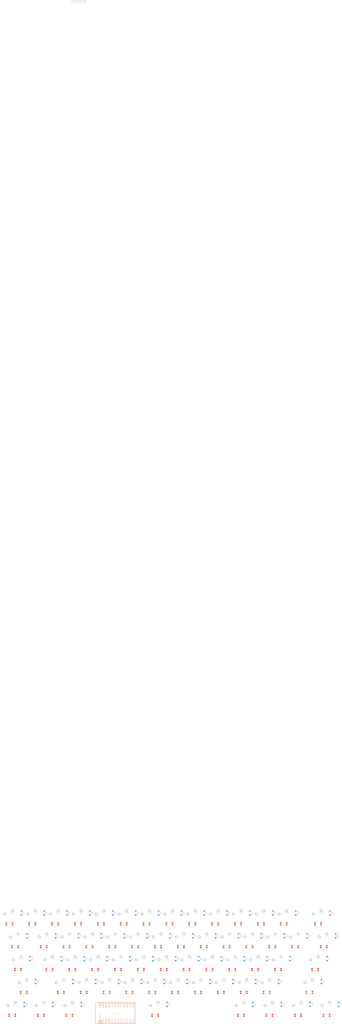
<source format=kicad_pcb>
(kicad_pcb (version 20171130) (host pcbnew 5.1.8)
  (layers (0 F.Cu signal) (31 B.Cu signal) (34 B.Paste user) (35 F.Paste user) (36 B.SilkS user) (37 F.SilkS user) (38 B.Mask user) (39 F.Mask user) (44 Edge.Cuts user))
  (net 0 "")
  (net 1 d_in0)
  (net 2 d_in1)
  (net 3 d_in2)
  (net 4 row_out0)
  (net 5 row_out1)
  (net 6 row_out2)
  (net 7 sd00)
  (net 8 sd01)
  (net 9 sd02)
  (net 10 sd10)
  (net 11 sd11)
  (net 12 sd12)
  (net 13 sd20)
  (net 14 sd21)
  (net 15 sd22)
  (net 16 test_net)
  (net 17 sd03)
  (net 18 d_in3)
  (net 19 d_in4)
  (net 20 sd04)
  (net 21 sd05)
  (net 22 d_in5)
  (net 23 sd06)
  (net 24 d_in6)
  (net 25 d_in7)
  (net 26 sd07)
  (net 27 sd13)
  (net 28 sd14)
  (net 29 sd15)
  (net 30 sd16)
  (net 31 sd17)
  (net 32 sd23)
  (net 33 sd24)
  (net 34 sd25)
  (net 35 sd26)
  (net 36 sd27)
  (net 37 sd30)
  (net 38 sd31)
  (net 39 sd32)
  (net 40 sd33)
  (net 41 sd34)
  (net 42 sd35)
  (net 43 sd36)
  (net 44 sd37)
  (net 45 sd40)
  (net 46 sd41)
  (net 47 sd42)
  (net 48 sd43)
  (net 49 sd44)
  (net 50 sd45)
  (net 51 sd46)
  (net 52 sd47)
  (net 53 sd50)
  (net 54 sd51)
  (net 55 sd52)
  (net 56 sd53)
  (net 57 sd54)
  (net 58 sd55)
  (net 59 sd56)
  (net 60 sd57)
  (net 61 sd60)
  (net 62 sd61)
  (net 63 sd62)
  (net 64 sd63)
  (net 65 sd64)
  (net 66 sd65)
  (net 67 sd66)
  (net 68 sd67)
  (net 69 sd70)
  (net 70 sd71)
  (net 71 sd72)
  (net 72 sd73)
  (net 73 sd74)
  (net 74 row_out3)
  (net 75 row_out4)
  (net 76 row_out5)
  (net 77 row_out6)
  (net 78 row_out7)
  (module Diode_SMD:D_SOD-123 (layer B.Cu) (at 19.525 -3.45 90)
    (fp_text reference D1 (at 0 2 -90) (layer B.SilkS) (effects (justify mirror)))
    (fp_text value diode)
    (pad 1 smd rect (at -1.65 0 90) (size 0.9 1.2) (layers B.Cu B.Paste B.Mask) (net 1 d_in0))
    (pad 2 smd rect (at 1.65 0 90) (size 0.9 1.2) (layers B.Cu B.Paste B.Mask) (net 7 sd00))
  )
  (module Diode_SMD:D_SOD-123 (layer B.Cu) (at 38.575 -3.45 90)
    (fp_text reference D2 (at 0 2 -90) (layer B.SilkS) (effects (justify mirror)))
    (fp_text value diode)
    (pad 1 smd rect (at -1.65 0 90) (size 0.9 1.2) (layers B.Cu B.Paste B.Mask) (net 2 d_in1))
    (pad 2 smd rect (at 1.65 0 90) (size 0.9 1.2) (layers B.Cu B.Paste B.Mask) (net 8 sd01))
  )
  (module Diode_SMD:D_SOD-123 (layer B.Cu) (at 57.625 -3.45 90)
    (fp_text reference D3 (at 0 2 -90) (layer B.SilkS) (effects (justify mirror)))
    (fp_text value diode)
    (pad 2 smd rect (at 1.65 0 90) (size 0.9 1.2) (layers B.Cu B.Paste B.Mask) (net 9 sd02))
    (pad 1 smd rect (at -1.65 0 90) (size 0.9 1.2) (layers B.Cu B.Paste B.Mask) (net 3 d_in2))
  )
  (module Diode_SMD:D_SOD-123 (layer B.Cu) (at 76.675 -3.45 90)
    (fp_text reference D4 (at 0 2 -90) (layer B.SilkS) (effects (justify mirror)))
    (fp_text value diode)
    (pad 2 smd rect (at 1.65 0 90) (size 0.9 1.2) (layers B.Cu B.Paste B.Mask) (net 17 sd03))
    (pad 1 smd rect (at -1.65 0 90) (size 0.9 1.2) (layers B.Cu B.Paste B.Mask) (net 18 d_in3))
  )
  (module Diode_SMD:D_SOD-123 (layer B.Cu) (at 95.725 -3.45 90)
    (fp_text reference D5 (at 0 2 -90) (layer B.SilkS) (effects (justify mirror)))
    (fp_text value diode)
    (pad 1 smd rect (at -1.65 0 90) (size 0.9 1.2) (layers B.Cu B.Paste B.Mask) (net 19 d_in4))
    (pad 2 smd rect (at 1.65 0 90) (size 0.9 1.2) (layers B.Cu B.Paste B.Mask) (net 20 sd04))
  )
  (module Diode_SMD:D_SOD-123 (layer B.Cu) (at 114.775 -3.45 90)
    (fp_text reference D6 (at 0 2 -90) (layer B.SilkS) (effects (justify mirror)))
    (fp_text value diode)
    (pad 2 smd rect (at 1.65 0 90) (size 0.9 1.2) (layers B.Cu B.Paste B.Mask) (net 21 sd05))
    (pad 1 smd rect (at -1.65 0 90) (size 0.9 1.2) (layers B.Cu B.Paste B.Mask) (net 22 d_in5))
  )
  (module Diode_SMD:D_SOD-123 (layer B.Cu) (at 133.825 -3.45 90)
    (fp_text reference D7 (at 0 2 -90) (layer B.SilkS) (effects (justify mirror)))
    (fp_text value diode)
    (pad 1 smd rect (at -1.65 0 90) (size 0.9 1.2) (layers B.Cu B.Paste B.Mask) (net 24 d_in6))
    (pad 2 smd rect (at 1.65 0 90) (size 0.9 1.2) (layers B.Cu B.Paste B.Mask) (net 23 sd06))
  )
  (module Diode_SMD:D_SOD-123 (layer B.Cu) (at 152.875 -3.45 90)
    (fp_text reference D8 (at 0 2 -90) (layer B.SilkS) (effects (justify mirror)))
    (fp_text value diode)
    (pad 2 smd rect (at 1.65 0 90) (size 0.9 1.2) (layers B.Cu B.Paste B.Mask) (net 26 sd07))
    (pad 1 smd rect (at -1.65 0 90) (size 0.9 1.2) (layers B.Cu B.Paste B.Mask) (net 25 d_in7))
  )
  (module Diode_SMD:D_SOD-123 (layer B.Cu) (at 171.925 -3.45 90)
    (fp_text reference D9 (at 0 2 -90) (layer B.SilkS) (effects (justify mirror)))
    (fp_text value diode)
    (pad 1 smd rect (at -1.65 0 90) (size 0.9 1.2) (layers B.Cu B.Paste B.Mask) (net 1 d_in0))
    (pad 2 smd rect (at 1.65 0 90) (size 0.9 1.2) (layers B.Cu B.Paste B.Mask) (net 10 sd10))
  )
  (module Diode_SMD:D_SOD-123 (layer B.Cu) (at 190.975 -3.45 90)
    (fp_text reference D10 (at 0 2 -90) (layer B.SilkS) (effects (justify mirror)))
    (fp_text value diode)
    (pad 2 smd rect (at 1.65 0 90) (size 0.9 1.2) (layers B.Cu B.Paste B.Mask) (net 11 sd11))
    (pad 1 smd rect (at -1.65 0 90) (size 0.9 1.2) (layers B.Cu B.Paste B.Mask) (net 2 d_in1))
  )
  (module Diode_SMD:D_SOD-123 (layer B.Cu) (at 210.025 -3.45 90)
    (fp_text reference D11 (at 0 2 -90) (layer B.SilkS) (effects (justify mirror)))
    (fp_text value diode)
    (pad 2 smd rect (at 1.65 0 90) (size 0.9 1.2) (layers B.Cu B.Paste B.Mask) (net 12 sd12))
    (pad 1 smd rect (at -1.65 0 90) (size 0.9 1.2) (layers B.Cu B.Paste B.Mask) (net 3 d_in2))
  )
  (module Diode_SMD:D_SOD-123 (layer B.Cu) (at 229.075 -3.45 90)
    (fp_text reference D12 (at 0 2 -90) (layer B.SilkS) (effects (justify mirror)))
    (fp_text value diode)
    (pad 1 smd rect (at -1.65 0 90) (size 0.9 1.2) (layers B.Cu B.Paste B.Mask) (net 18 d_in3))
    (pad 2 smd rect (at 1.65 0 90) (size 0.9 1.2) (layers B.Cu B.Paste B.Mask) (net 27 sd13))
  )
  (module Diode_SMD:D_SOD-123 (layer B.Cu) (at 248.125 -3.45 90)
    (fp_text reference D13 (at 0 2 -90) (layer B.SilkS) (effects (justify mirror)))
    (fp_text value diode)
    (pad 2 smd rect (at 1.65 0 90) (size 0.9 1.2) (layers B.Cu B.Paste B.Mask) (net 28 sd14))
    (pad 1 smd rect (at -1.65 0 90) (size 0.9 1.2) (layers B.Cu B.Paste B.Mask) (net 19 d_in4))
  )
  (module Diode_SMD:D_SOD-123 (layer B.Cu) (at 276.7 -3.45 90)
    (fp_text reference D14 (at 0 2 -90) (layer B.SilkS) (effects (justify mirror)))
    (fp_text value diode)
    (pad 1 smd rect (at -1.65 0 90) (size 0.9 1.2) (layers B.Cu B.Paste B.Mask) (net 22 d_in5))
    (pad 2 smd rect (at 1.65 0 90) (size 0.9 1.2) (layers B.Cu B.Paste B.Mask) (net 29 sd15))
  )
  (module Diode_SMD:D_SOD-123 (layer B.Cu) (at 24.2875 15.6 90)
    (fp_text reference D15 (at 0 2 -90) (layer B.SilkS) (effects (justify mirror)))
    (fp_text value diode)
    (pad 2 smd rect (at 1.65 0 90) (size 0.9 1.2) (layers B.Cu B.Paste B.Mask) (net 30 sd16))
    (pad 1 smd rect (at -1.65 0 90) (size 0.9 1.2) (layers B.Cu B.Paste B.Mask) (net 24 d_in6))
  )
  (module Diode_SMD:D_SOD-123 (layer B.Cu) (at 48.1 15.6 90)
    (fp_text reference D16 (at 0 2 -90) (layer B.SilkS) (effects (justify mirror)))
    (fp_text value diode)
    (pad 1 smd rect (at -1.65 0 90) (size 0.9 1.2) (layers B.Cu B.Paste B.Mask) (net 25 d_in7))
    (pad 2 smd rect (at 1.65 0 90) (size 0.9 1.2) (layers B.Cu B.Paste B.Mask) (net 31 sd17))
  )
  (module Diode_SMD:D_SOD-123 (layer B.Cu) (at 67.15 15.6 90)
    (fp_text reference D17 (at 0 2 -90) (layer B.SilkS) (effects (justify mirror)))
    (fp_text value diode)
    (pad 2 smd rect (at 1.65 0 90) (size 0.9 1.2) (layers B.Cu B.Paste B.Mask) (net 13 sd20))
    (pad 1 smd rect (at -1.65 0 90) (size 0.9 1.2) (layers B.Cu B.Paste B.Mask) (net 1 d_in0))
  )
  (module Diode_SMD:D_SOD-123 (layer B.Cu) (at 86.2 15.6 90)
    (fp_text reference D18 (at 0 2 -90) (layer B.SilkS) (effects (justify mirror)))
    (fp_text value diode)
    (pad 1 smd rect (at -1.65 0 90) (size 0.9 1.2) (layers B.Cu B.Paste B.Mask) (net 2 d_in1))
    (pad 2 smd rect (at 1.65 0 90) (size 0.9 1.2) (layers B.Cu B.Paste B.Mask) (net 14 sd21))
  )
  (module Diode_SMD:D_SOD-123 (layer B.Cu) (at 105.25 15.6 90)
    (fp_text reference D19 (at 0 2 -90) (layer B.SilkS) (effects (justify mirror)))
    (fp_text value diode)
    (pad 2 smd rect (at 1.65 0 90) (size 0.9 1.2) (layers B.Cu B.Paste B.Mask) (net 15 sd22))
    (pad 1 smd rect (at -1.65 0 90) (size 0.9 1.2) (layers B.Cu B.Paste B.Mask) (net 3 d_in2))
  )
  (module Diode_SMD:D_SOD-123 (layer B.Cu) (at 124.3 15.6 90)
    (fp_text reference D20 (at 0 2 -90) (layer B.SilkS) (effects (justify mirror)))
    (fp_text value diode)
    (pad 2 smd rect (at 1.65 0 90) (size 0.9 1.2) (layers B.Cu B.Paste B.Mask) (net 32 sd23))
    (pad 1 smd rect (at -1.65 0 90) (size 0.9 1.2) (layers B.Cu B.Paste B.Mask) (net 18 d_in3))
  )
  (module Diode_SMD:D_SOD-123 (layer B.Cu) (at 143.35 15.6 90)
    (fp_text reference D21 (at 0 2 -90) (layer B.SilkS) (effects (justify mirror)))
    (fp_text value diode)
    (pad 1 smd rect (at -1.65 0 90) (size 0.9 1.2) (layers B.Cu B.Paste B.Mask) (net 19 d_in4))
    (pad 2 smd rect (at 1.65 0 90) (size 0.9 1.2) (layers B.Cu B.Paste B.Mask) (net 33 sd24))
  )
  (module Diode_SMD:D_SOD-123 (layer B.Cu) (at 162.4 15.6 90)
    (fp_text reference D22 (at 0 2 -90) (layer B.SilkS) (effects (justify mirror)))
    (fp_text value diode)
    (pad 2 smd rect (at 1.65 0 90) (size 0.9 1.2) (layers B.Cu B.Paste B.Mask) (net 34 sd25))
    (pad 1 smd rect (at -1.65 0 90) (size 0.9 1.2) (layers B.Cu B.Paste B.Mask) (net 22 d_in5))
  )
  (module Diode_SMD:D_SOD-123 (layer B.Cu) (at 181.45 15.6 90)
    (fp_text reference D23 (at 0 2 -90) (layer B.SilkS) (effects (justify mirror)))
    (fp_text value diode)
    (pad 1 smd rect (at -1.65 0 90) (size 0.9 1.2) (layers B.Cu B.Paste B.Mask) (net 24 d_in6))
    (pad 2 smd rect (at 1.65 0 90) (size 0.9 1.2) (layers B.Cu B.Paste B.Mask) (net 35 sd26))
  )
  (module Diode_SMD:D_SOD-123 (layer B.Cu) (at 200.5 15.6 90)
    (fp_text reference D24 (at 0 2 -90) (layer B.SilkS) (effects (justify mirror)))
    (fp_text value diode)
    (pad 1 smd rect (at -1.65 0 90) (size 0.9 1.2) (layers B.Cu B.Paste B.Mask) (net 25 d_in7))
    (pad 2 smd rect (at 1.65 0 90) (size 0.9 1.2) (layers B.Cu B.Paste B.Mask) (net 36 sd27))
  )
  (module Diode_SMD:D_SOD-123 (layer B.Cu) (at 219.55 15.6 90)
    (fp_text reference D25 (at 0 2 -90) (layer B.SilkS) (effects (justify mirror)))
    (fp_text value diode)
    (pad 1 smd rect (at -1.65 0 90) (size 0.9 1.2) (layers B.Cu B.Paste B.Mask) (net 1 d_in0))
    (pad 2 smd rect (at 1.65 0 90) (size 0.9 1.2) (layers B.Cu B.Paste B.Mask) (net 37 sd30))
  )
  (module Diode_SMD:D_SOD-123 (layer B.Cu) (at 238.6 15.6 90)
    (fp_text reference D26 (at 0 2 -90) (layer B.SilkS) (effects (justify mirror)))
    (fp_text value diode)
    (pad 2 smd rect (at 1.65 0 90) (size 0.9 1.2) (layers B.Cu B.Paste B.Mask) (net 38 sd31))
    (pad 1 smd rect (at -1.65 0 90) (size 0.9 1.2) (layers B.Cu B.Paste B.Mask) (net 2 d_in1))
  )
  (module Diode_SMD:D_SOD-123 (layer B.Cu) (at 257.65 15.6 90)
    (fp_text reference D27 (at 0 2 -90) (layer B.SilkS) (effects (justify mirror)))
    (fp_text value diode)
    (pad 1 smd rect (at -1.65 0 90) (size 0.9 1.2) (layers B.Cu B.Paste B.Mask) (net 3 d_in2))
    (pad 2 smd rect (at 1.65 0 90) (size 0.9 1.2) (layers B.Cu B.Paste B.Mask) (net 39 sd32))
  )
  (module Diode_SMD:D_SOD-123 (layer B.Cu) (at 281.4625 15.6 90)
    (fp_text reference D28 (at 0 2 -90) (layer B.SilkS) (effects (justify mirror)))
    (fp_text value diode)
    (pad 2 smd rect (at 1.65 0 90) (size 0.9 1.2) (layers B.Cu B.Paste B.Mask) (net 40 sd33))
    (pad 1 smd rect (at -1.65 0 90) (size 0.9 1.2) (layers B.Cu B.Paste B.Mask) (net 18 d_in3))
  )
  (module Diode_SMD:D_SOD-123 (layer B.Cu) (at 26.66875 34.65 90)
    (fp_text reference D29 (at 0 2 -90) (layer B.SilkS) (effects (justify mirror)))
    (fp_text value diode)
    (pad 1 smd rect (at -1.65 0 90) (size 0.9 1.2) (layers B.Cu B.Paste B.Mask) (net 19 d_in4))
    (pad 2 smd rect (at 1.65 0 90) (size 0.9 1.2) (layers B.Cu B.Paste B.Mask) (net 41 sd34))
  )
  (module Diode_SMD:D_SOD-123 (layer B.Cu) (at 52.8625 34.65 90)
    (fp_text reference D30 (at 0 2 -90) (layer B.SilkS) (effects (justify mirror)))
    (fp_text value diode)
    (pad 1 smd rect (at -1.65 0 90) (size 0.9 1.2) (layers B.Cu B.Paste B.Mask) (net 22 d_in5))
    (pad 2 smd rect (at 1.65 0 90) (size 0.9 1.2) (layers B.Cu B.Paste B.Mask) (net 42 sd35))
  )
  (module Diode_SMD:D_SOD-123 (layer B.Cu) (at 71.9125 34.65 90)
    (fp_text reference D31 (at 0 2 -90) (layer B.SilkS) (effects (justify mirror)))
    (fp_text value diode)
    (pad 2 smd rect (at 1.65 0 90) (size 0.9 1.2) (layers B.Cu B.Paste B.Mask) (net 43 sd36))
    (pad 1 smd rect (at -1.65 0 90) (size 0.9 1.2) (layers B.Cu B.Paste B.Mask) (net 24 d_in6))
  )
  (module Diode_SMD:D_SOD-123 (layer B.Cu) (at 90.9625 34.65 90)
    (fp_text reference D32 (at 0 2 -90) (layer B.SilkS) (effects (justify mirror)))
    (fp_text value diode)
    (pad 1 smd rect (at -1.65 0 90) (size 0.9 1.2) (layers B.Cu B.Paste B.Mask) (net 25 d_in7))
    (pad 2 smd rect (at 1.65 0 90) (size 0.9 1.2) (layers B.Cu B.Paste B.Mask) (net 44 sd37))
  )
  (module Diode_SMD:D_SOD-123 (layer B.Cu) (at 110.0125 34.65 90)
    (fp_text reference D33 (at 0 2 -90) (layer B.SilkS) (effects (justify mirror)))
    (fp_text value diode)
    (pad 2 smd rect (at 1.65 0 90) (size 0.9 1.2) (layers B.Cu B.Paste B.Mask) (net 45 sd40))
    (pad 1 smd rect (at -1.65 0 90) (size 0.9 1.2) (layers B.Cu B.Paste B.Mask) (net 1 d_in0))
  )
  (module Diode_SMD:D_SOD-123 (layer B.Cu) (at 129.0625 34.65 90)
    (fp_text reference D34 (at 0 2 -90) (layer B.SilkS) (effects (justify mirror)))
    (fp_text value diode)
    (pad 1 smd rect (at -1.65 0 90) (size 0.9 1.2) (layers B.Cu B.Paste B.Mask) (net 2 d_in1))
    (pad 2 smd rect (at 1.65 0 90) (size 0.9 1.2) (layers B.Cu B.Paste B.Mask) (net 46 sd41))
  )
  (module Diode_SMD:D_SOD-123 (layer B.Cu) (at 148.1125 34.65 90)
    (fp_text reference D35 (at 0 2 -90) (layer B.SilkS) (effects (justify mirror)))
    (fp_text value diode)
    (pad 2 smd rect (at 1.65 0 90) (size 0.9 1.2) (layers B.Cu B.Paste B.Mask) (net 47 sd42))
    (pad 1 smd rect (at -1.65 0 90) (size 0.9 1.2) (layers B.Cu B.Paste B.Mask) (net 3 d_in2))
  )
  (module Diode_SMD:D_SOD-123 (layer B.Cu) (at 167.1625 34.65 90)
    (fp_text reference D36 (at 0 2 -90) (layer B.SilkS) (effects (justify mirror)))
    (fp_text value diode)
    (pad 1 smd rect (at -1.65 0 90) (size 0.9 1.2) (layers B.Cu B.Paste B.Mask) (net 18 d_in3))
    (pad 2 smd rect (at 1.65 0 90) (size 0.9 1.2) (layers B.Cu B.Paste B.Mask) (net 48 sd43))
  )
  (module Diode_SMD:D_SOD-123 (layer B.Cu) (at 186.2125 34.65 90)
    (fp_text reference D37 (at 0 2 -90) (layer B.SilkS) (effects (justify mirror)))
    (fp_text value diode)
    (pad 2 smd rect (at 1.65 0 90) (size 0.9 1.2) (layers B.Cu B.Paste B.Mask) (net 49 sd44))
    (pad 1 smd rect (at -1.65 0 90) (size 0.9 1.2) (layers B.Cu B.Paste B.Mask) (net 19 d_in4))
  )
  (module Diode_SMD:D_SOD-123 (layer B.Cu) (at 205.2625 34.65 90)
    (fp_text reference D38 (at 0 2 -90) (layer B.SilkS) (effects (justify mirror)))
    (fp_text value diode)
    (pad 1 smd rect (at -1.65 0 90) (size 0.9 1.2) (layers B.Cu B.Paste B.Mask) (net 22 d_in5))
    (pad 2 smd rect (at 1.65 0 90) (size 0.9 1.2) (layers B.Cu B.Paste B.Mask) (net 50 sd45))
  )
  (module Diode_SMD:D_SOD-123 (layer B.Cu) (at 224.3125 34.65 90)
    (fp_text reference D39 (at 0 2 -90) (layer B.SilkS) (effects (justify mirror)))
    (fp_text value diode)
    (pad 1 smd rect (at -1.65 0 90) (size 0.9 1.2) (layers B.Cu B.Paste B.Mask) (net 24 d_in6))
    (pad 2 smd rect (at 1.65 0 90) (size 0.9 1.2) (layers B.Cu B.Paste B.Mask) (net 51 sd46))
  )
  (module Diode_SMD:D_SOD-123 (layer B.Cu) (at 243.3625 34.65 90)
    (fp_text reference D40 (at 0 2 -90) (layer B.SilkS) (effects (justify mirror)))
    (fp_text value diode)
    (pad 1 smd rect (at -1.65 0 90) (size 0.9 1.2) (layers B.Cu B.Paste B.Mask) (net 25 d_in7))
    (pad 2 smd rect (at 1.65 0 90) (size 0.9 1.2) (layers B.Cu B.Paste B.Mask) (net 52 sd47))
  )
  (module Diode_SMD:D_SOD-123 (layer B.Cu) (at 274.31875 34.65 90)
    (fp_text reference D41 (at 0 2 -90) (layer B.SilkS) (effects (justify mirror)))
    (fp_text value diode)
    (pad 2 smd rect (at 1.65 0 90) (size 0.9 1.2) (layers B.Cu B.Paste B.Mask) (net 53 sd50))
    (pad 1 smd rect (at -1.65 0 90) (size 0.9 1.2) (layers B.Cu B.Paste B.Mask) (net 1 d_in0))
  )
  (module Diode_SMD:D_SOD-123 (layer B.Cu) (at 31.43125 53.7 90)
    (fp_text reference D42 (at 0 2 -90) (layer B.SilkS) (effects (justify mirror)))
    (fp_text value diode)
    (pad 1 smd rect (at -1.65 0 90) (size 0.9 1.2) (layers B.Cu B.Paste B.Mask) (net 2 d_in1))
    (pad 2 smd rect (at 1.65 0 90) (size 0.9 1.2) (layers B.Cu B.Paste B.Mask) (net 54 sd51))
  )
  (module Diode_SMD:D_SOD-123 (layer B.Cu) (at 62.3875 53.7 90)
    (fp_text reference D43 (at 0 2 -90) (layer B.SilkS) (effects (justify mirror)))
    (fp_text value diode)
    (pad 2 smd rect (at 1.65 0 90) (size 0.9 1.2) (layers B.Cu B.Paste B.Mask) (net 55 sd52))
    (pad 1 smd rect (at -1.65 0 90) (size 0.9 1.2) (layers B.Cu B.Paste B.Mask) (net 3 d_in2))
  )
  (module Diode_SMD:D_SOD-123 (layer B.Cu) (at 81.4375 53.7 90)
    (fp_text reference D44 (at 0 2 -90) (layer B.SilkS) (effects (justify mirror)))
    (fp_text value diode)
    (pad 1 smd rect (at -1.65 0 90) (size 0.9 1.2) (layers B.Cu B.Paste B.Mask) (net 18 d_in3))
    (pad 2 smd rect (at 1.65 0 90) (size 0.9 1.2) (layers B.Cu B.Paste B.Mask) (net 56 sd53))
  )
  (module Diode_SMD:D_SOD-123 (layer B.Cu) (at 100.4875 53.7 90)
    (fp_text reference D45 (at 0 2 -90) (layer B.SilkS) (effects (justify mirror)))
    (fp_text value diode)
    (pad 2 smd rect (at 1.65 0 90) (size 0.9 1.2) (layers B.Cu B.Paste B.Mask) (net 57 sd54))
    (pad 1 smd rect (at -1.65 0 90) (size 0.9 1.2) (layers B.Cu B.Paste B.Mask) (net 19 d_in4))
  )
  (module Diode_SMD:D_SOD-123 (layer B.Cu) (at 119.5375 53.7 90)
    (fp_text reference D46 (at 0 2 -90) (layer B.SilkS) (effects (justify mirror)))
    (fp_text value diode)
    (pad 1 smd rect (at -1.65 0 90) (size 0.9 1.2) (layers B.Cu B.Paste B.Mask) (net 22 d_in5))
    (pad 2 smd rect (at 1.65 0 90) (size 0.9 1.2) (layers B.Cu B.Paste B.Mask) (net 58 sd55))
  )
  (module Diode_SMD:D_SOD-123 (layer B.Cu) (at 138.5875 53.7 90)
    (fp_text reference D47 (at 0 2 -90) (layer B.SilkS) (effects (justify mirror)))
    (fp_text value diode)
    (pad 2 smd rect (at 1.65 0 90) (size 0.9 1.2) (layers B.Cu B.Paste B.Mask) (net 59 sd56))
    (pad 1 smd rect (at -1.65 0 90) (size 0.9 1.2) (layers B.Cu B.Paste B.Mask) (net 24 d_in6))
  )
  (module Diode_SMD:D_SOD-123 (layer B.Cu) (at 157.6375 53.7 90)
    (fp_text reference D48 (at 0 2 -90) (layer B.SilkS) (effects (justify mirror)))
    (fp_text value diode)
    (pad 1 smd rect (at -1.65 0 90) (size 0.9 1.2) (layers B.Cu B.Paste B.Mask) (net 25 d_in7))
    (pad 2 smd rect (at 1.65 0 90) (size 0.9 1.2) (layers B.Cu B.Paste B.Mask) (net 60 sd57))
  )
  (module Diode_SMD:D_SOD-123 (layer B.Cu) (at 176.6875 53.7 90)
    (fp_text reference D49 (at 0 2 -90) (layer B.SilkS) (effects (justify mirror)))
    (fp_text value diode)
    (pad 2 smd rect (at 1.65 0 90) (size 0.9 1.2) (layers B.Cu B.Paste B.Mask) (net 61 sd60))
    (pad 1 smd rect (at -1.65 0 90) (size 0.9 1.2) (layers B.Cu B.Paste B.Mask) (net 1 d_in0))
  )
  (module Diode_SMD:D_SOD-123 (layer B.Cu) (at 195.7375 53.7 90)
    (fp_text reference D50 (at 0 2 -90) (layer B.SilkS) (effects (justify mirror)))
    (fp_text value diode)
    (pad 2 smd rect (at 1.65 0 90) (size 0.9 1.2) (layers B.Cu B.Paste B.Mask) (net 62 sd61))
    (pad 1 smd rect (at -1.65 0 90) (size 0.9 1.2) (layers B.Cu B.Paste B.Mask) (net 2 d_in1))
  )
  (module Diode_SMD:D_SOD-123 (layer B.Cu) (at 214.7875 53.7 90)
    (fp_text reference D51 (at 0 2 -90) (layer B.SilkS) (effects (justify mirror)))
    (fp_text value diode)
    (pad 2 smd rect (at 1.65 0 90) (size 0.9 1.2) (layers B.Cu B.Paste B.Mask) (net 63 sd62))
    (pad 1 smd rect (at -1.65 0 90) (size 0.9 1.2) (layers B.Cu B.Paste B.Mask) (net 3 d_in2))
  )
  (module Diode_SMD:D_SOD-123 (layer B.Cu) (at 233.8375 53.7 90)
    (fp_text reference D52 (at 0 2 -90) (layer B.SilkS) (effects (justify mirror)))
    (fp_text value diode)
    (pad 2 smd rect (at 1.65 0 90) (size 0.9 1.2) (layers B.Cu B.Paste B.Mask) (net 64 sd63))
    (pad 1 smd rect (at -1.65 0 90) (size 0.9 1.2) (layers B.Cu B.Paste B.Mask) (net 18 d_in3))
  )
  (module Diode_SMD:D_SOD-123 (layer B.Cu) (at 269.55625 53.7 90)
    (fp_text reference D53 (at 0 2 -90) (layer B.SilkS) (effects (justify mirror)))
    (fp_text value diode)
    (pad 1 smd rect (at -1.65 0 90) (size 0.9 1.2) (layers B.Cu B.Paste B.Mask) (net 19 d_in4))
    (pad 2 smd rect (at 1.65 0 90) (size 0.9 1.2) (layers B.Cu B.Paste B.Mask) (net 65 sd64))
  )
  (module Diode_SMD:D_SOD-123 (layer B.Cu) (at 21.90625 72.75 90)
    (fp_text reference D54 (at 0 2 -90) (layer B.SilkS) (effects (justify mirror)))
    (fp_text value diode)
    (pad 2 smd rect (at 1.65 0 90) (size 0.9 1.2) (layers B.Cu B.Paste B.Mask) (net 66 sd65))
    (pad 1 smd rect (at -1.65 0 90) (size 0.9 1.2) (layers B.Cu B.Paste B.Mask) (net 22 d_in5))
  )
  (module Diode_SMD:D_SOD-123 (layer B.Cu) (at 45.71875 72.75 90)
    (fp_text reference D55 (at 0 2 -90) (layer B.SilkS) (effects (justify mirror)))
    (fp_text value diode)
    (pad 1 smd rect (at -1.65 0 90) (size 0.9 1.2) (layers B.Cu B.Paste B.Mask) (net 24 d_in6))
    (pad 2 smd rect (at 1.65 0 90) (size 0.9 1.2) (layers B.Cu B.Paste B.Mask) (net 67 sd66))
  )
  (module Diode_SMD:D_SOD-123 (layer B.Cu) (at 69.53125 72.75 90)
    (fp_text reference D56 (at 0 2 -90) (layer B.SilkS) (effects (justify mirror)))
    (fp_text value diode)
    (pad 2 smd rect (at 1.65 0 90) (size 0.9 1.2) (layers B.Cu B.Paste B.Mask) (net 68 sd67))
    (pad 1 smd rect (at -1.65 0 90) (size 0.9 1.2) (layers B.Cu B.Paste B.Mask) (net 25 d_in7))
  )
  (module Diode_SMD:D_SOD-123 (layer B.Cu) (at 140.96875 72.75 90)
    (fp_text reference D57 (at 0 2 -90) (layer B.SilkS) (effects (justify mirror)))
    (fp_text value diode)
    (pad 1 smd rect (at -1.65 0 90) (size 0.9 1.2) (layers B.Cu B.Paste B.Mask) (net 1 d_in0))
    (pad 2 smd rect (at 1.65 0 90) (size 0.9 1.2) (layers B.Cu B.Paste B.Mask) (net 69 sd70))
  )
  (module Diode_SMD:D_SOD-123 (layer B.Cu) (at 212.40625 72.75 90)
    (fp_text reference D58 (at 0 2 -90) (layer B.SilkS) (effects (justify mirror)))
    (fp_text value diode)
    (pad 2 smd rect (at 1.65 0 90) (size 0.9 1.2) (layers B.Cu B.Paste B.Mask) (net 70 sd71))
    (pad 1 smd rect (at -1.65 0 90) (size 0.9 1.2) (layers B.Cu B.Paste B.Mask) (net 2 d_in1))
  )
  (module Diode_SMD:D_SOD-123 (layer B.Cu) (at 236.21875 72.75 90)
    (fp_text reference D59 (at 0 2 -90) (layer B.SilkS) (effects (justify mirror)))
    (fp_text value diode)
    (pad 1 smd rect (at -1.65 0 90) (size 0.9 1.2) (layers B.Cu B.Paste B.Mask) (net 3 d_in2))
    (pad 2 smd rect (at 1.65 0 90) (size 0.9 1.2) (layers B.Cu B.Paste B.Mask) (net 71 sd72))
  )
  (module Diode_SMD:D_SOD-123 (layer B.Cu) (at 260.03125 72.75 90)
    (fp_text reference D60 (at 0 2 -90) (layer B.SilkS) (effects (justify mirror)))
    (fp_text value diode)
    (pad 1 smd rect (at -1.65 0 90) (size 0.9 1.2) (layers B.Cu B.Paste B.Mask) (net 18 d_in3))
    (pad 2 smd rect (at 1.65 0 90) (size 0.9 1.2) (layers B.Cu B.Paste B.Mask) (net 72 sd73))
  )
  (module Diode_SMD:D_SOD-123 (layer B.Cu) (at 283.84375 72.75 90)
    (fp_text reference D61 (at 0 2 -90) (layer B.SilkS) (effects (justify mirror)))
    (fp_text value diode)
    (pad 2 smd rect (at 1.65 0 90) (size 0.9 1.2) (layers B.Cu B.Paste B.Mask) (net 73 sd74))
    (pad 1 smd rect (at -1.65 0 90) (size 0.9 1.2) (layers B.Cu B.Paste B.Mask) (net 19 d_in4))
  )
  (module Keebio-Parts:ArduinoProMicro (layer F.Cu) (at 99.06 80.01)
    (fp_text reference PM1 (at 0 1.625) (layer F.SilkS) (effects (font (size 1.27 1.524) (thickness 0.2032))))
    (fp_text value pro_micro (at 0 0) (layer F.SilkS) (effects (font (size 1.27 1.524) (thickness 0.2032))))
    (fp_text user D2 (at -11.43 5.461 90) (layer B.SilkS) (effects (font (size 0.8 0.8)) (justify mirror)))
    (fp_text user D0 (at -1.27 5.461 90) (layer B.SilkS) (effects (font (size 0.8 0.8)) (justify mirror)))
    (fp_text user D1 (at -3.81 5.461 90) (layer B.SilkS) (effects (font (size 0.8 0.8)) (justify mirror)))
    (fp_text user GND (at -6.35 5.461 90) (layer B.SilkS) (effects (font (size 0.8 0.8)) (justify mirror)))
    (fp_text user GND (at -8.89 5.461 90) (layer B.SilkS) (effects (font (size 0.8 0.8)) (justify mirror)))
    (fp_text user D4 (at 1.27 5.461 90) (layer B.SilkS) (effects (font (size 0.8 0.8)) (justify mirror)))
    (fp_text user C6 (at 3.81 5.461 90) (layer B.SilkS) (effects (font (size 0.8 0.8)) (justify mirror)))
    (fp_text user D7 (at 6.35 5.461 90) (layer B.SilkS) (effects (font (size 0.8 0.8)) (justify mirror)))
    (fp_text user E6 (at 8.89 5.461 90) (layer B.SilkS) (effects (font (size 0.8 0.8)) (justify mirror)))
    (fp_text user B4 (at 11.43 5.461 90) (layer B.SilkS) (effects (font (size 0.8 0.8)) (justify mirror)))
    (fp_text user B5 (at 13.97 5.461 90) (layer B.SilkS) (effects (font (size 0.8 0.8)) (justify mirror)))
    (fp_text user B6 (at 13.97 -5.461 90) (layer B.SilkS) (effects (font (size 0.8 0.8)) (justify mirror)))
    (fp_text user B2 (at 11.43 -5.461 90) (layer F.SilkS) (effects (font (size 0.8 0.8))))
    (fp_text user B3 (at 8.89 -5.461 90) (layer B.SilkS) (effects (font (size 0.8 0.8)) (justify mirror)))
    (fp_text user B1 (at 6.35 -5.461 90) (layer B.SilkS) (effects (font (size 0.8 0.8)) (justify mirror)))
    (fp_text user F7 (at 3.81 -5.461 90) (layer F.SilkS) (effects (font (size 0.8 0.8))))
    (fp_text user F6 (at 1.27 -5.461 90) (layer F.SilkS) (effects (font (size 0.8 0.8))))
    (fp_text user F5 (at -1.27 -5.461 90) (layer F.SilkS) (effects (font (size 0.8 0.8))))
    (fp_text user F4 (at -3.81 -5.461 90) (layer B.SilkS) (effects (font (size 0.8 0.8)) (justify mirror)))
    (fp_text user VCC (at -6.35 -5.461 90) (layer B.SilkS) (effects (font (size 0.8 0.8)) (justify mirror)))
    (fp_text user GND (at -11.43 -5.461 90) (layer B.SilkS) (effects (font (size 0.8 0.8)) (justify mirror)))
    (fp_text user RAW (at -13.97 -5.461 90) (layer B.SilkS) (effects (font (size 0.8 0.8)) (justify mirror)))
    (fp_text user RAW (at -13.97 -5.461 90) (layer F.SilkS) (effects (font (size 0.8 0.8))))
    (fp_text user GND (at -11.43 -5.461 90) (layer F.SilkS) (effects (font (size 0.8 0.8))))
    (fp_text user ST (at -8.92 -5.73312 90) (layer F.SilkS) (effects (font (size 0.8 0.8))))
    (fp_text user VCC (at -6.35 -5.461 90) (layer F.SilkS) (effects (font (size 0.8 0.8))))
    (fp_text user F4 (at -3.81 -5.461 90) (layer F.SilkS) (effects (font (size 0.8 0.8))))
    (fp_text user F5 (at -1.27 -5.461 90) (layer B.SilkS) (effects (font (size 0.8 0.8)) (justify mirror)))
    (fp_text user F6 (at 1.27 -5.461 90) (layer B.SilkS) (effects (font (size 0.8 0.8)) (justify mirror)))
    (fp_text user F7 (at 3.81 -5.461 90) (layer B.SilkS) (effects (font (size 0.8 0.8)) (justify mirror)))
    (fp_text user B1 (at 6.35 -5.461 90) (layer F.SilkS) (effects (font (size 0.8 0.8))))
    (fp_text user B3 (at 8.89 -5.461 90) (layer F.SilkS) (effects (font (size 0.8 0.8))))
    (fp_text user B2 (at 11.43 -5.461 90) (layer B.SilkS) (effects (font (size 0.8 0.8)) (justify mirror)))
    (fp_text user B6 (at 13.97 -5.461 90) (layer F.SilkS) (effects (font (size 0.8 0.8))))
    (fp_text user B5 (at 13.97 5.461 90) (layer F.SilkS) (effects (font (size 0.8 0.8))))
    (fp_text user B4 (at 11.43 5.461 90) (layer F.SilkS) (effects (font (size 0.8 0.8))))
    (fp_text user E6 (at 8.89 5.461 90) (layer F.SilkS) (effects (font (size 0.8 0.8))))
    (fp_text user D7 (at 6.35 5.461 90) (layer F.SilkS) (effects (font (size 0.8 0.8))))
    (fp_text user C6 (at 3.81 5.461 90) (layer F.SilkS) (effects (font (size 0.8 0.8))))
    (fp_text user D4 (at 1.27 5.461 90) (layer F.SilkS) (effects (font (size 0.8 0.8))))
    (fp_text user GND (at -8.89 5.461 90) (layer F.SilkS) (effects (font (size 0.8 0.8))))
    (fp_text user GND (at -6.35 5.461 90) (layer F.SilkS) (effects (font (size 0.8 0.8))))
    (fp_text user D1 (at -3.81 5.461 90) (layer F.SilkS) (effects (font (size 0.8 0.8))))
    (fp_text user D0 (at -1.27 5.461 90) (layer F.SilkS) (effects (font (size 0.8 0.8))))
    (fp_text user D2 (at -11.43 5.461 90) (layer F.SilkS) (effects (font (size 0.8 0.8))))
    (fp_text user TX0/D3 (at -13.97 3.571872 90) (layer B.SilkS) (effects (font (size 0.8 0.8)) (justify mirror)))
    (fp_text user TX0/D3 (at -13.97 3.571872 90) (layer F.SilkS) (effects (font (size 0.8 0.8))))
    (fp_text user ST (at -8.91 -5.04 90) (layer B.SilkS) (effects (font (size 0.8 0.8)) (justify mirror)))
    (pad 1 thru_hole rect (at -13.97 7.62) (size 1.7526 1.7526) (drill 1.0922) (layers *.Cu *.SilkS *.Mask))
    (pad 2 thru_hole circle (at -11.43 7.62) (size 1.7526 1.7526) (drill 1.0922) (layers *.Cu *.SilkS *.Mask))
    (pad 3 thru_hole circle (at -8.89 7.62) (size 1.7526 1.7526) (drill 1.0922) (layers *.Cu *.SilkS *.Mask))
    (pad 4 thru_hole circle (at -6.35 7.62) (size 1.7526 1.7526) (drill 1.0922) (layers *.Cu *.SilkS *.Mask))
    (pad 5 thru_hole circle (at -3.81 7.62) (size 1.7526 1.7526) (drill 1.0922) (layers *.Cu *.SilkS *.Mask) (net 4 row_out0))
    (pad 6 thru_hole circle (at -1.27 7.62) (size 1.7526 1.7526) (drill 1.0922) (layers *.Cu *.SilkS *.Mask) (net 5 row_out1))
    (pad 7 thru_hole circle (at 1.27 7.62) (size 1.7526 1.7526) (drill 1.0922) (layers *.Cu *.SilkS *.Mask) (net 6 row_out2))
    (pad 8 thru_hole circle (at 3.81 7.62) (size 1.7526 1.7526) (drill 1.0922) (layers *.Cu *.SilkS *.Mask) (net 74 row_out3))
    (pad 9 thru_hole circle (at 6.35 7.62) (size 1.7526 1.7526) (drill 1.0922) (layers *.Cu *.SilkS *.Mask) (net 75 row_out4))
    (pad 10 thru_hole circle (at 8.89 7.62) (size 1.7526 1.7526) (drill 1.0922) (layers *.Cu *.SilkS *.Mask) (net 76 row_out5))
    (pad 11 thru_hole circle (at 11.43 7.62) (size 1.7526 1.7526) (drill 1.0922) (layers *.Cu *.SilkS *.Mask) (net 77 row_out6))
    (pad 13 thru_hole circle (at 13.97 -7.62) (size 1.7526 1.7526) (drill 1.0922) (layers *.Cu *.SilkS *.Mask) (net 1 d_in0))
    (pad 14 thru_hole circle (at 11.43 -7.62) (size 1.7526 1.7526) (drill 1.0922) (layers *.Cu *.SilkS *.Mask) (net 2 d_in1))
    (pad 15 thru_hole circle (at 8.89 -7.62) (size 1.7526 1.7526) (drill 1.0922) (layers *.Cu *.SilkS *.Mask) (net 3 d_in2))
    (pad 16 thru_hole circle (at 6.35 -7.62) (size 1.7526 1.7526) (drill 1.0922) (layers *.Cu *.SilkS *.Mask) (net 18 d_in3))
    (pad 17 thru_hole circle (at 3.81 -7.62) (size 1.7526 1.7526) (drill 1.0922) (layers *.Cu *.SilkS *.Mask) (net 19 d_in4))
    (pad 18 thru_hole circle (at 1.27 -7.62) (size 1.7526 1.7526) (drill 1.0922) (layers *.Cu *.SilkS *.Mask) (net 22 d_in5))
    (pad 19 thru_hole circle (at -1.27 -7.62) (size 1.7526 1.7526) (drill 1.0922) (layers *.Cu *.SilkS *.Mask) (net 24 d_in6))
    (pad 20 thru_hole circle (at -3.81 -7.62) (size 1.7526 1.7526) (drill 1.0922) (layers *.Cu *.SilkS *.Mask) (net 25 d_in7))
    (pad 21 thru_hole circle (at -6.35 -7.62) (size 1.7526 1.7526) (drill 1.0922) (layers *.Cu *.SilkS *.Mask))
    (pad 22 thru_hole circle (at -8.89 -7.62) (size 1.7526 1.7526) (drill 1.0922) (layers *.Cu *.SilkS *.Mask))
    (pad 23 thru_hole circle (at -11.43 -7.62) (size 1.7526 1.7526) (drill 1.0922) (layers *.Cu *.SilkS *.Mask))
    (pad 12 thru_hole circle (at 13.97 7.62) (size 1.7526 1.7526) (drill 1.0922) (layers *.Cu *.SilkS *.Mask) (net 78 row_out7))
    (pad 24 thru_hole circle (at -13.97 -7.62) (size 1.7526 1.7526) (drill 1.0922) (layers *.Cu *.SilkS *.Mask))
  )
  (module Keebio-Parts:Resistor (layer F.Cu) (at 67.1855 -763.074999)
    (fp_text reference R1 (at 0 0) (layer F.SilkS) (effects (font (thickness 0.2))))
    (fp_text value resistor (at 0 0) (layer F.SilkS) (effects (font (thickness 0.2))))
    (pad 1 thru_hole circle (at -5.08 0) (size 1.651 1.651) (drill 0.9906) (layers *.Cu *.SilkS *.Mask) (net 16 test_net))
    (pad 2 thru_hole circle (at 5.08 0) (size 1.651 1.651) (drill 0.9906) (layers *.Cu *.SilkS *.Mask))
  )
  (module keyboard:cherry_1u_rgb (layer F.Cu) (at 9.525 0)
    (fp_text reference SW1 (at 2.54 -3.048) (layer F.SilkS))
    (fp_text value cherry_1u_rgb)
    (fp_line (start -1.9 3.9) (end -1.9 7.3) (layer Edge.Cuts) (width 0.15))
    (fp_line (start 1.9 7.3) (end -1.9 7.3) (layer Edge.Cuts) (width 0.15))
    (fp_line (start 1.9 3.9) (end 1.9 7.3) (layer Edge.Cuts) (width 0.15))
    (fp_line (start 1.9 3.9) (end -1.9 3.9) (layer Edge.Cuts) (width 0.15))
    (fp_text user REF** (at 0 8.52) (layer F.SilkS))
    (pad 5 thru_hole circle (at 2.54 -5.08 90) (size 2.0066 2.0066) (drill 1.4986) (layers *.Cu B.Mask) (net 7 sd00))
    (pad 6 thru_hole circle (at -3.81 -2.54) (size 2.0066 2.0066) (drill 1.4986) (layers *.Cu B.Mask) (net 4 row_out0))
    (pad "" np_thru_hole circle (at 0 0) (size 4 4) (drill 4) (layers *.Cu *.Mask))
    (pad "" np_thru_hole circle (at -5.08 0) (size 1.7 1.7) (drill 1.7) (layers *.Cu *.Mask))
    (pad "" np_thru_hole circle (at 5.08 0) (size 1.7 1.7) (drill 1.7) (layers *.Cu *.Mask))
    (pad 1 smd rect (at 2.595 6.35) (size 1.19 0.9) (layers F.Cu B.Paste B.Mask))
    (pad 4 smd rect (at -2.595 4.85) (size 1.19 0.9) (layers F.Cu B.Paste B.Mask))
    (pad 2 smd rect (at -2.595 6.35) (size 1.19 0.9) (layers F.Cu B.Paste B.Mask))
    (pad 3 smd rect (at 2.595 4.85) (size 1.19 0.9) (layers F.Cu B.Paste B.Mask))
  )
  (module keyboard:cherry_1u_rgb (layer F.Cu) (at 28.575 0)
    (fp_text reference SW2 (at 2.54 -3.048) (layer F.SilkS))
    (fp_text value cherry_1u_rgb)
    (fp_text user REF** (at 0 8.52) (layer F.SilkS))
    (fp_line (start 1.9 3.9) (end -1.9 3.9) (layer Edge.Cuts) (width 0.15))
    (fp_line (start 1.9 3.9) (end 1.9 7.3) (layer Edge.Cuts) (width 0.15))
    (fp_line (start 1.9 7.3) (end -1.9 7.3) (layer Edge.Cuts) (width 0.15))
    (fp_line (start -1.9 3.9) (end -1.9 7.3) (layer Edge.Cuts) (width 0.15))
    (pad 3 smd rect (at 2.595 4.85) (size 1.19 0.9) (layers F.Cu B.Paste B.Mask))
    (pad 2 smd rect (at -2.595 6.35) (size 1.19 0.9) (layers F.Cu B.Paste B.Mask))
    (pad 4 smd rect (at -2.595 4.85) (size 1.19 0.9) (layers F.Cu B.Paste B.Mask))
    (pad 1 smd rect (at 2.595 6.35) (size 1.19 0.9) (layers F.Cu B.Paste B.Mask))
    (pad "" np_thru_hole circle (at 5.08 0) (size 1.7 1.7) (drill 1.7) (layers *.Cu *.Mask))
    (pad "" np_thru_hole circle (at -5.08 0) (size 1.7 1.7) (drill 1.7) (layers *.Cu *.Mask))
    (pad "" np_thru_hole circle (at 0 0) (size 4 4) (drill 4) (layers *.Cu *.Mask))
    (pad 6 thru_hole circle (at -3.81 -2.54) (size 2.0066 2.0066) (drill 1.4986) (layers *.Cu B.Mask) (net 4 row_out0))
    (pad 5 thru_hole circle (at 2.54 -5.08 90) (size 2.0066 2.0066) (drill 1.4986) (layers *.Cu B.Mask) (net 8 sd01))
  )
  (module keyboard:cherry_1u_rgb (layer F.Cu) (at 47.625 0)
    (fp_text reference SW3 (at 2.54 -3.048) (layer F.SilkS))
    (fp_text value cherry_1u_rgb)
    (fp_line (start -1.9 3.9) (end -1.9 7.3) (layer Edge.Cuts) (width 0.15))
    (fp_line (start 1.9 7.3) (end -1.9 7.3) (layer Edge.Cuts) (width 0.15))
    (fp_line (start 1.9 3.9) (end 1.9 7.3) (layer Edge.Cuts) (width 0.15))
    (fp_line (start 1.9 3.9) (end -1.9 3.9) (layer Edge.Cuts) (width 0.15))
    (fp_text user REF** (at 0 8.52) (layer F.SilkS))
    (pad 5 thru_hole circle (at 2.54 -5.08 90) (size 2.0066 2.0066) (drill 1.4986) (layers *.Cu B.Mask) (net 9 sd02))
    (pad 6 thru_hole circle (at -3.81 -2.54) (size 2.0066 2.0066) (drill 1.4986) (layers *.Cu B.Mask) (net 4 row_out0))
    (pad "" np_thru_hole circle (at 0 0) (size 4 4) (drill 4) (layers *.Cu *.Mask))
    (pad "" np_thru_hole circle (at -5.08 0) (size 1.7 1.7) (drill 1.7) (layers *.Cu *.Mask))
    (pad "" np_thru_hole circle (at 5.08 0) (size 1.7 1.7) (drill 1.7) (layers *.Cu *.Mask))
    (pad 1 smd rect (at 2.595 6.35) (size 1.19 0.9) (layers F.Cu B.Paste B.Mask))
    (pad 4 smd rect (at -2.595 4.85) (size 1.19 0.9) (layers F.Cu B.Paste B.Mask))
    (pad 2 smd rect (at -2.595 6.35) (size 1.19 0.9) (layers F.Cu B.Paste B.Mask))
    (pad 3 smd rect (at 2.595 4.85) (size 1.19 0.9) (layers F.Cu B.Paste B.Mask))
  )
  (module keyboard:cherry_1u_rgb (layer F.Cu) (at 66.675 0)
    (fp_text reference SW4 (at 2.54 -3.048) (layer F.SilkS))
    (fp_text value cherry_1u_rgb)
    (fp_line (start -1.9 3.9) (end -1.9 7.3) (layer Edge.Cuts) (width 0.15))
    (fp_line (start 1.9 7.3) (end -1.9 7.3) (layer Edge.Cuts) (width 0.15))
    (fp_line (start 1.9 3.9) (end 1.9 7.3) (layer Edge.Cuts) (width 0.15))
    (fp_line (start 1.9 3.9) (end -1.9 3.9) (layer Edge.Cuts) (width 0.15))
    (fp_text user REF** (at 0 8.52) (layer F.SilkS))
    (pad 5 thru_hole circle (at 2.54 -5.08 90) (size 2.0066 2.0066) (drill 1.4986) (layers *.Cu B.Mask) (net 17 sd03))
    (pad 6 thru_hole circle (at -3.81 -2.54) (size 2.0066 2.0066) (drill 1.4986) (layers *.Cu B.Mask) (net 4 row_out0))
    (pad "" np_thru_hole circle (at 0 0) (size 4 4) (drill 4) (layers *.Cu *.Mask))
    (pad "" np_thru_hole circle (at -5.08 0) (size 1.7 1.7) (drill 1.7) (layers *.Cu *.Mask))
    (pad "" np_thru_hole circle (at 5.08 0) (size 1.7 1.7) (drill 1.7) (layers *.Cu *.Mask))
    (pad 1 smd rect (at 2.595 6.35) (size 1.19 0.9) (layers F.Cu B.Paste B.Mask))
    (pad 4 smd rect (at -2.595 4.85) (size 1.19 0.9) (layers F.Cu B.Paste B.Mask))
    (pad 2 smd rect (at -2.595 6.35) (size 1.19 0.9) (layers F.Cu B.Paste B.Mask))
    (pad 3 smd rect (at 2.595 4.85) (size 1.19 0.9) (layers F.Cu B.Paste B.Mask))
  )
  (module keyboard:cherry_1u_rgb (layer F.Cu) (at 85.725 0)
    (fp_text reference SW5 (at 2.54 -3.048) (layer F.SilkS))
    (fp_text value cherry_1u_rgb)
    (fp_text user REF** (at 0 8.52) (layer F.SilkS))
    (fp_line (start 1.9 3.9) (end -1.9 3.9) (layer Edge.Cuts) (width 0.15))
    (fp_line (start 1.9 3.9) (end 1.9 7.3) (layer Edge.Cuts) (width 0.15))
    (fp_line (start 1.9 7.3) (end -1.9 7.3) (layer Edge.Cuts) (width 0.15))
    (fp_line (start -1.9 3.9) (end -1.9 7.3) (layer Edge.Cuts) (width 0.15))
    (pad 3 smd rect (at 2.595 4.85) (size 1.19 0.9) (layers F.Cu B.Paste B.Mask))
    (pad 2 smd rect (at -2.595 6.35) (size 1.19 0.9) (layers F.Cu B.Paste B.Mask))
    (pad 4 smd rect (at -2.595 4.85) (size 1.19 0.9) (layers F.Cu B.Paste B.Mask))
    (pad 1 smd rect (at 2.595 6.35) (size 1.19 0.9) (layers F.Cu B.Paste B.Mask))
    (pad "" np_thru_hole circle (at 5.08 0) (size 1.7 1.7) (drill 1.7) (layers *.Cu *.Mask))
    (pad "" np_thru_hole circle (at -5.08 0) (size 1.7 1.7) (drill 1.7) (layers *.Cu *.Mask))
    (pad "" np_thru_hole circle (at 0 0) (size 4 4) (drill 4) (layers *.Cu *.Mask))
    (pad 6 thru_hole circle (at -3.81 -2.54) (size 2.0066 2.0066) (drill 1.4986) (layers *.Cu B.Mask) (net 4 row_out0))
    (pad 5 thru_hole circle (at 2.54 -5.08 90) (size 2.0066 2.0066) (drill 1.4986) (layers *.Cu B.Mask) (net 20 sd04))
  )
  (module keyboard:cherry_1u_rgb (layer F.Cu) (at 104.775 0)
    (fp_text reference SW6 (at 2.54 -3.048) (layer F.SilkS))
    (fp_text value cherry_1u_rgb)
    (fp_text user REF** (at 0 8.52) (layer F.SilkS))
    (fp_line (start 1.9 3.9) (end -1.9 3.9) (layer Edge.Cuts) (width 0.15))
    (fp_line (start 1.9 3.9) (end 1.9 7.3) (layer Edge.Cuts) (width 0.15))
    (fp_line (start 1.9 7.3) (end -1.9 7.3) (layer Edge.Cuts) (width 0.15))
    (fp_line (start -1.9 3.9) (end -1.9 7.3) (layer Edge.Cuts) (width 0.15))
    (pad 3 smd rect (at 2.595 4.85) (size 1.19 0.9) (layers F.Cu B.Paste B.Mask))
    (pad 2 smd rect (at -2.595 6.35) (size 1.19 0.9) (layers F.Cu B.Paste B.Mask))
    (pad 4 smd rect (at -2.595 4.85) (size 1.19 0.9) (layers F.Cu B.Paste B.Mask))
    (pad 1 smd rect (at 2.595 6.35) (size 1.19 0.9) (layers F.Cu B.Paste B.Mask))
    (pad "" np_thru_hole circle (at 5.08 0) (size 1.7 1.7) (drill 1.7) (layers *.Cu *.Mask))
    (pad "" np_thru_hole circle (at -5.08 0) (size 1.7 1.7) (drill 1.7) (layers *.Cu *.Mask))
    (pad "" np_thru_hole circle (at 0 0) (size 4 4) (drill 4) (layers *.Cu *.Mask))
    (pad 6 thru_hole circle (at -3.81 -2.54) (size 2.0066 2.0066) (drill 1.4986) (layers *.Cu B.Mask) (net 4 row_out0))
    (pad 5 thru_hole circle (at 2.54 -5.08 90) (size 2.0066 2.0066) (drill 1.4986) (layers *.Cu B.Mask) (net 21 sd05))
  )
  (module keyboard:cherry_1u_rgb (layer F.Cu) (at 123.825 0)
    (fp_text reference SW7 (at 2.54 -3.048) (layer F.SilkS))
    (fp_text value cherry_1u_rgb)
    (fp_line (start -1.9 3.9) (end -1.9 7.3) (layer Edge.Cuts) (width 0.15))
    (fp_line (start 1.9 7.3) (end -1.9 7.3) (layer Edge.Cuts) (width 0.15))
    (fp_line (start 1.9 3.9) (end 1.9 7.3) (layer Edge.Cuts) (width 0.15))
    (fp_line (start 1.9 3.9) (end -1.9 3.9) (layer Edge.Cuts) (width 0.15))
    (fp_text user REF** (at 0 8.52) (layer F.SilkS))
    (pad 5 thru_hole circle (at 2.54 -5.08 90) (size 2.0066 2.0066) (drill 1.4986) (layers *.Cu B.Mask) (net 23 sd06))
    (pad 6 thru_hole circle (at -3.81 -2.54) (size 2.0066 2.0066) (drill 1.4986) (layers *.Cu B.Mask) (net 4 row_out0))
    (pad "" np_thru_hole circle (at 0 0) (size 4 4) (drill 4) (layers *.Cu *.Mask))
    (pad "" np_thru_hole circle (at -5.08 0) (size 1.7 1.7) (drill 1.7) (layers *.Cu *.Mask))
    (pad "" np_thru_hole circle (at 5.08 0) (size 1.7 1.7) (drill 1.7) (layers *.Cu *.Mask))
    (pad 1 smd rect (at 2.595 6.35) (size 1.19 0.9) (layers F.Cu B.Paste B.Mask))
    (pad 4 smd rect (at -2.595 4.85) (size 1.19 0.9) (layers F.Cu B.Paste B.Mask))
    (pad 2 smd rect (at -2.595 6.35) (size 1.19 0.9) (layers F.Cu B.Paste B.Mask))
    (pad 3 smd rect (at 2.595 4.85) (size 1.19 0.9) (layers F.Cu B.Paste B.Mask))
  )
  (module keyboard:cherry_1u_rgb (layer F.Cu) (at 142.875 0)
    (fp_text reference SW8 (at 2.54 -3.048) (layer F.SilkS))
    (fp_text value cherry_1u_rgb)
    (fp_text user REF** (at 0 8.52) (layer F.SilkS))
    (fp_line (start 1.9 3.9) (end -1.9 3.9) (layer Edge.Cuts) (width 0.15))
    (fp_line (start 1.9 3.9) (end 1.9 7.3) (layer Edge.Cuts) (width 0.15))
    (fp_line (start 1.9 7.3) (end -1.9 7.3) (layer Edge.Cuts) (width 0.15))
    (fp_line (start -1.9 3.9) (end -1.9 7.3) (layer Edge.Cuts) (width 0.15))
    (pad 3 smd rect (at 2.595 4.85) (size 1.19 0.9) (layers F.Cu B.Paste B.Mask))
    (pad 2 smd rect (at -2.595 6.35) (size 1.19 0.9) (layers F.Cu B.Paste B.Mask))
    (pad 4 smd rect (at -2.595 4.85) (size 1.19 0.9) (layers F.Cu B.Paste B.Mask))
    (pad 1 smd rect (at 2.595 6.35) (size 1.19 0.9) (layers F.Cu B.Paste B.Mask))
    (pad "" np_thru_hole circle (at 5.08 0) (size 1.7 1.7) (drill 1.7) (layers *.Cu *.Mask))
    (pad "" np_thru_hole circle (at -5.08 0) (size 1.7 1.7) (drill 1.7) (layers *.Cu *.Mask))
    (pad "" np_thru_hole circle (at 0 0) (size 4 4) (drill 4) (layers *.Cu *.Mask))
    (pad 6 thru_hole circle (at -3.81 -2.54) (size 2.0066 2.0066) (drill 1.4986) (layers *.Cu B.Mask) (net 4 row_out0))
    (pad 5 thru_hole circle (at 2.54 -5.08 90) (size 2.0066 2.0066) (drill 1.4986) (layers *.Cu B.Mask) (net 26 sd07))
  )
  (module keyboard:cherry_1u_rgb (layer F.Cu) (at 161.925 0)
    (fp_text reference SW9 (at 2.54 -3.048) (layer F.SilkS))
    (fp_text value cherry_1u_rgb)
    (fp_line (start -1.9 3.9) (end -1.9 7.3) (layer Edge.Cuts) (width 0.15))
    (fp_line (start 1.9 7.3) (end -1.9 7.3) (layer Edge.Cuts) (width 0.15))
    (fp_line (start 1.9 3.9) (end 1.9 7.3) (layer Edge.Cuts) (width 0.15))
    (fp_line (start 1.9 3.9) (end -1.9 3.9) (layer Edge.Cuts) (width 0.15))
    (fp_text user REF** (at 0 8.52) (layer F.SilkS))
    (pad 5 thru_hole circle (at 2.54 -5.08 90) (size 2.0066 2.0066) (drill 1.4986) (layers *.Cu B.Mask) (net 10 sd10))
    (pad 6 thru_hole circle (at -3.81 -2.54) (size 2.0066 2.0066) (drill 1.4986) (layers *.Cu B.Mask) (net 5 row_out1))
    (pad "" np_thru_hole circle (at 0 0) (size 4 4) (drill 4) (layers *.Cu *.Mask))
    (pad "" np_thru_hole circle (at -5.08 0) (size 1.7 1.7) (drill 1.7) (layers *.Cu *.Mask))
    (pad "" np_thru_hole circle (at 5.08 0) (size 1.7 1.7) (drill 1.7) (layers *.Cu *.Mask))
    (pad 1 smd rect (at 2.595 6.35) (size 1.19 0.9) (layers F.Cu B.Paste B.Mask))
    (pad 4 smd rect (at -2.595 4.85) (size 1.19 0.9) (layers F.Cu B.Paste B.Mask))
    (pad 2 smd rect (at -2.595 6.35) (size 1.19 0.9) (layers F.Cu B.Paste B.Mask))
    (pad 3 smd rect (at 2.595 4.85) (size 1.19 0.9) (layers F.Cu B.Paste B.Mask))
  )
  (module keyboard:cherry_1u_rgb (layer F.Cu) (at 180.975 0)
    (fp_text reference SW10 (at 2.54 -3.048) (layer F.SilkS))
    (fp_text value cherry_1u_rgb)
    (fp_text user REF** (at 0 8.52) (layer F.SilkS))
    (fp_line (start 1.9 3.9) (end -1.9 3.9) (layer Edge.Cuts) (width 0.15))
    (fp_line (start 1.9 3.9) (end 1.9 7.3) (layer Edge.Cuts) (width 0.15))
    (fp_line (start 1.9 7.3) (end -1.9 7.3) (layer Edge.Cuts) (width 0.15))
    (fp_line (start -1.9 3.9) (end -1.9 7.3) (layer Edge.Cuts) (width 0.15))
    (pad 3 smd rect (at 2.595 4.85) (size 1.19 0.9) (layers F.Cu B.Paste B.Mask))
    (pad 2 smd rect (at -2.595 6.35) (size 1.19 0.9) (layers F.Cu B.Paste B.Mask))
    (pad 4 smd rect (at -2.595 4.85) (size 1.19 0.9) (layers F.Cu B.Paste B.Mask))
    (pad 1 smd rect (at 2.595 6.35) (size 1.19 0.9) (layers F.Cu B.Paste B.Mask))
    (pad "" np_thru_hole circle (at 5.08 0) (size 1.7 1.7) (drill 1.7) (layers *.Cu *.Mask))
    (pad "" np_thru_hole circle (at -5.08 0) (size 1.7 1.7) (drill 1.7) (layers *.Cu *.Mask))
    (pad "" np_thru_hole circle (at 0 0) (size 4 4) (drill 4) (layers *.Cu *.Mask))
    (pad 6 thru_hole circle (at -3.81 -2.54) (size 2.0066 2.0066) (drill 1.4986) (layers *.Cu B.Mask) (net 5 row_out1))
    (pad 5 thru_hole circle (at 2.54 -5.08 90) (size 2.0066 2.0066) (drill 1.4986) (layers *.Cu B.Mask) (net 11 sd11))
  )
  (module keyboard:cherry_1u_rgb (layer F.Cu) (at 200.025 0)
    (fp_text reference SW11 (at 2.54 -3.048) (layer F.SilkS))
    (fp_text value cherry_1u_rgb)
    (fp_line (start -1.9 3.9) (end -1.9 7.3) (layer Edge.Cuts) (width 0.15))
    (fp_line (start 1.9 7.3) (end -1.9 7.3) (layer Edge.Cuts) (width 0.15))
    (fp_line (start 1.9 3.9) (end 1.9 7.3) (layer Edge.Cuts) (width 0.15))
    (fp_line (start 1.9 3.9) (end -1.9 3.9) (layer Edge.Cuts) (width 0.15))
    (fp_text user REF** (at 0 8.52) (layer F.SilkS))
    (pad 5 thru_hole circle (at 2.54 -5.08 90) (size 2.0066 2.0066) (drill 1.4986) (layers *.Cu B.Mask) (net 12 sd12))
    (pad 6 thru_hole circle (at -3.81 -2.54) (size 2.0066 2.0066) (drill 1.4986) (layers *.Cu B.Mask) (net 5 row_out1))
    (pad "" np_thru_hole circle (at 0 0) (size 4 4) (drill 4) (layers *.Cu *.Mask))
    (pad "" np_thru_hole circle (at -5.08 0) (size 1.7 1.7) (drill 1.7) (layers *.Cu *.Mask))
    (pad "" np_thru_hole circle (at 5.08 0) (size 1.7 1.7) (drill 1.7) (layers *.Cu *.Mask))
    (pad 1 smd rect (at 2.595 6.35) (size 1.19 0.9) (layers F.Cu B.Paste B.Mask))
    (pad 4 smd rect (at -2.595 4.85) (size 1.19 0.9) (layers F.Cu B.Paste B.Mask))
    (pad 2 smd rect (at -2.595 6.35) (size 1.19 0.9) (layers F.Cu B.Paste B.Mask))
    (pad 3 smd rect (at 2.595 4.85) (size 1.19 0.9) (layers F.Cu B.Paste B.Mask))
  )
  (module keyboard:cherry_1u_rgb (layer F.Cu) (at 219.075 0)
    (fp_text reference SW12 (at 2.54 -3.048) (layer F.SilkS))
    (fp_text value cherry_1u_rgb)
    (fp_text user REF** (at 0 8.52) (layer F.SilkS))
    (fp_line (start 1.9 3.9) (end -1.9 3.9) (layer Edge.Cuts) (width 0.15))
    (fp_line (start 1.9 3.9) (end 1.9 7.3) (layer Edge.Cuts) (width 0.15))
    (fp_line (start 1.9 7.3) (end -1.9 7.3) (layer Edge.Cuts) (width 0.15))
    (fp_line (start -1.9 3.9) (end -1.9 7.3) (layer Edge.Cuts) (width 0.15))
    (pad 3 smd rect (at 2.595 4.85) (size 1.19 0.9) (layers F.Cu B.Paste B.Mask))
    (pad 2 smd rect (at -2.595 6.35) (size 1.19 0.9) (layers F.Cu B.Paste B.Mask))
    (pad 4 smd rect (at -2.595 4.85) (size 1.19 0.9) (layers F.Cu B.Paste B.Mask))
    (pad 1 smd rect (at 2.595 6.35) (size 1.19 0.9) (layers F.Cu B.Paste B.Mask))
    (pad "" np_thru_hole circle (at 5.08 0) (size 1.7 1.7) (drill 1.7) (layers *.Cu *.Mask))
    (pad "" np_thru_hole circle (at -5.08 0) (size 1.7 1.7) (drill 1.7) (layers *.Cu *.Mask))
    (pad "" np_thru_hole circle (at 0 0) (size 4 4) (drill 4) (layers *.Cu *.Mask))
    (pad 6 thru_hole circle (at -3.81 -2.54) (size 2.0066 2.0066) (drill 1.4986) (layers *.Cu B.Mask) (net 5 row_out1))
    (pad 5 thru_hole circle (at 2.54 -5.08 90) (size 2.0066 2.0066) (drill 1.4986) (layers *.Cu B.Mask) (net 27 sd13))
  )
  (module keyboard:cherry_1u_rgb (layer F.Cu) (at 238.125 0)
    (fp_text reference SW13 (at 2.54 -3.048) (layer F.SilkS))
    (fp_text value cherry_1u_rgb)
    (fp_line (start -1.9 3.9) (end -1.9 7.3) (layer Edge.Cuts) (width 0.15))
    (fp_line (start 1.9 7.3) (end -1.9 7.3) (layer Edge.Cuts) (width 0.15))
    (fp_line (start 1.9 3.9) (end 1.9 7.3) (layer Edge.Cuts) (width 0.15))
    (fp_line (start 1.9 3.9) (end -1.9 3.9) (layer Edge.Cuts) (width 0.15))
    (fp_text user REF** (at 0 8.52) (layer F.SilkS))
    (pad 5 thru_hole circle (at 2.54 -5.08 90) (size 2.0066 2.0066) (drill 1.4986) (layers *.Cu B.Mask) (net 28 sd14))
    (pad 6 thru_hole circle (at -3.81 -2.54) (size 2.0066 2.0066) (drill 1.4986) (layers *.Cu B.Mask) (net 5 row_out1))
    (pad "" np_thru_hole circle (at 0 0) (size 4 4) (drill 4) (layers *.Cu *.Mask))
    (pad "" np_thru_hole circle (at -5.08 0) (size 1.7 1.7) (drill 1.7) (layers *.Cu *.Mask))
    (pad "" np_thru_hole circle (at 5.08 0) (size 1.7 1.7) (drill 1.7) (layers *.Cu *.Mask))
    (pad 1 smd rect (at 2.595 6.35) (size 1.19 0.9) (layers F.Cu B.Paste B.Mask))
    (pad 4 smd rect (at -2.595 4.85) (size 1.19 0.9) (layers F.Cu B.Paste B.Mask))
    (pad 2 smd rect (at -2.595 6.35) (size 1.19 0.9) (layers F.Cu B.Paste B.Mask))
    (pad 3 smd rect (at 2.595 4.85) (size 1.19 0.9) (layers F.Cu B.Paste B.Mask))
  )
  (module keyboard:cherry_1u_rgb (layer F.Cu) (at 266.7 0)
    (fp_text reference SW14 (at 2.54 -3.048) (layer F.SilkS))
    (fp_text value cherry_1u_rgb)
    (fp_text user REF** (at 0 8.52) (layer F.SilkS))
    (fp_line (start 1.9 3.9) (end -1.9 3.9) (layer Edge.Cuts) (width 0.15))
    (fp_line (start 1.9 3.9) (end 1.9 7.3) (layer Edge.Cuts) (width 0.15))
    (fp_line (start 1.9 7.3) (end -1.9 7.3) (layer Edge.Cuts) (width 0.15))
    (fp_line (start -1.9 3.9) (end -1.9 7.3) (layer Edge.Cuts) (width 0.15))
    (pad 3 smd rect (at 2.595 4.85) (size 1.19 0.9) (layers F.Cu B.Paste B.Mask))
    (pad 2 smd rect (at -2.595 6.35) (size 1.19 0.9) (layers F.Cu B.Paste B.Mask))
    (pad 4 smd rect (at -2.595 4.85) (size 1.19 0.9) (layers F.Cu B.Paste B.Mask))
    (pad 1 smd rect (at 2.595 6.35) (size 1.19 0.9) (layers F.Cu B.Paste B.Mask))
    (pad "" np_thru_hole circle (at 5.08 0) (size 1.7 1.7) (drill 1.7) (layers *.Cu *.Mask))
    (pad "" np_thru_hole circle (at -5.08 0) (size 1.7 1.7) (drill 1.7) (layers *.Cu *.Mask))
    (pad "" np_thru_hole circle (at 0 0) (size 4 4) (drill 4) (layers *.Cu *.Mask))
    (pad 6 thru_hole circle (at -3.81 -2.54) (size 2.0066 2.0066) (drill 1.4986) (layers *.Cu B.Mask) (net 5 row_out1))
    (pad 5 thru_hole circle (at 2.54 -5.08 90) (size 2.0066 2.0066) (drill 1.4986) (layers *.Cu B.Mask) (net 29 sd15))
  )
  (module keyboard:cherry_1u_rgb (layer F.Cu) (at 14.2875 19.05)
    (fp_text reference SW15 (at 2.54 -3.048) (layer F.SilkS))
    (fp_text value cherry_1u_rgb)
    (fp_line (start -1.9 3.9) (end -1.9 7.3) (layer Edge.Cuts) (width 0.15))
    (fp_line (start 1.9 7.3) (end -1.9 7.3) (layer Edge.Cuts) (width 0.15))
    (fp_line (start 1.9 3.9) (end 1.9 7.3) (layer Edge.Cuts) (width 0.15))
    (fp_line (start 1.9 3.9) (end -1.9 3.9) (layer Edge.Cuts) (width 0.15))
    (fp_text user REF** (at 0 8.52) (layer F.SilkS))
    (pad 5 thru_hole circle (at 2.54 -5.08 90) (size 2.0066 2.0066) (drill 1.4986) (layers *.Cu B.Mask) (net 30 sd16))
    (pad 6 thru_hole circle (at -3.81 -2.54) (size 2.0066 2.0066) (drill 1.4986) (layers *.Cu B.Mask) (net 5 row_out1))
    (pad "" np_thru_hole circle (at 0 0) (size 4 4) (drill 4) (layers *.Cu *.Mask))
    (pad "" np_thru_hole circle (at -5.08 0) (size 1.7 1.7) (drill 1.7) (layers *.Cu *.Mask))
    (pad "" np_thru_hole circle (at 5.08 0) (size 1.7 1.7) (drill 1.7) (layers *.Cu *.Mask))
    (pad 1 smd rect (at 2.595 6.35) (size 1.19 0.9) (layers F.Cu B.Paste B.Mask))
    (pad 4 smd rect (at -2.595 4.85) (size 1.19 0.9) (layers F.Cu B.Paste B.Mask))
    (pad 2 smd rect (at -2.595 6.35) (size 1.19 0.9) (layers F.Cu B.Paste B.Mask))
    (pad 3 smd rect (at 2.595 4.85) (size 1.19 0.9) (layers F.Cu B.Paste B.Mask))
  )
  (module keyboard:cherry_1u_rgb (layer F.Cu) (at 38.1 19.05)
    (fp_text reference SW16 (at 2.54 -3.048) (layer F.SilkS))
    (fp_text value cherry_1u_rgb)
    (fp_text user REF** (at 0 8.52) (layer F.SilkS))
    (fp_line (start 1.9 3.9) (end -1.9 3.9) (layer Edge.Cuts) (width 0.15))
    (fp_line (start 1.9 3.9) (end 1.9 7.3) (layer Edge.Cuts) (width 0.15))
    (fp_line (start 1.9 7.3) (end -1.9 7.3) (layer Edge.Cuts) (width 0.15))
    (fp_line (start -1.9 3.9) (end -1.9 7.3) (layer Edge.Cuts) (width 0.15))
    (pad 3 smd rect (at 2.595 4.85) (size 1.19 0.9) (layers F.Cu B.Paste B.Mask))
    (pad 2 smd rect (at -2.595 6.35) (size 1.19 0.9) (layers F.Cu B.Paste B.Mask))
    (pad 4 smd rect (at -2.595 4.85) (size 1.19 0.9) (layers F.Cu B.Paste B.Mask))
    (pad 1 smd rect (at 2.595 6.35) (size 1.19 0.9) (layers F.Cu B.Paste B.Mask))
    (pad "" np_thru_hole circle (at 5.08 0) (size 1.7 1.7) (drill 1.7) (layers *.Cu *.Mask))
    (pad "" np_thru_hole circle (at -5.08 0) (size 1.7 1.7) (drill 1.7) (layers *.Cu *.Mask))
    (pad "" np_thru_hole circle (at 0 0) (size 4 4) (drill 4) (layers *.Cu *.Mask))
    (pad 6 thru_hole circle (at -3.81 -2.54) (size 2.0066 2.0066) (drill 1.4986) (layers *.Cu B.Mask) (net 5 row_out1))
    (pad 5 thru_hole circle (at 2.54 -5.08 90) (size 2.0066 2.0066) (drill 1.4986) (layers *.Cu B.Mask) (net 31 sd17))
  )
  (module keyboard:cherry_1u_rgb (layer F.Cu) (at 57.15 19.05)
    (fp_text reference SW17 (at 2.54 -3.048) (layer F.SilkS))
    (fp_text value cherry_1u_rgb)
    (fp_line (start -1.9 3.9) (end -1.9 7.3) (layer Edge.Cuts) (width 0.15))
    (fp_line (start 1.9 7.3) (end -1.9 7.3) (layer Edge.Cuts) (width 0.15))
    (fp_line (start 1.9 3.9) (end 1.9 7.3) (layer Edge.Cuts) (width 0.15))
    (fp_line (start 1.9 3.9) (end -1.9 3.9) (layer Edge.Cuts) (width 0.15))
    (fp_text user REF** (at 0 8.52) (layer F.SilkS))
    (pad 5 thru_hole circle (at 2.54 -5.08 90) (size 2.0066 2.0066) (drill 1.4986) (layers *.Cu B.Mask) (net 13 sd20))
    (pad 6 thru_hole circle (at -3.81 -2.54) (size 2.0066 2.0066) (drill 1.4986) (layers *.Cu B.Mask) (net 6 row_out2))
    (pad "" np_thru_hole circle (at 0 0) (size 4 4) (drill 4) (layers *.Cu *.Mask))
    (pad "" np_thru_hole circle (at -5.08 0) (size 1.7 1.7) (drill 1.7) (layers *.Cu *.Mask))
    (pad "" np_thru_hole circle (at 5.08 0) (size 1.7 1.7) (drill 1.7) (layers *.Cu *.Mask))
    (pad 1 smd rect (at 2.595 6.35) (size 1.19 0.9) (layers F.Cu B.Paste B.Mask))
    (pad 4 smd rect (at -2.595 4.85) (size 1.19 0.9) (layers F.Cu B.Paste B.Mask))
    (pad 2 smd rect (at -2.595 6.35) (size 1.19 0.9) (layers F.Cu B.Paste B.Mask))
    (pad 3 smd rect (at 2.595 4.85) (size 1.19 0.9) (layers F.Cu B.Paste B.Mask))
  )
  (module keyboard:cherry_1u_rgb (layer F.Cu) (at 76.2 19.05)
    (fp_text reference SW18 (at 2.54 -3.048) (layer F.SilkS))
    (fp_text value cherry_1u_rgb)
    (fp_text user REF** (at 0 8.52) (layer F.SilkS))
    (fp_line (start 1.9 3.9) (end -1.9 3.9) (layer Edge.Cuts) (width 0.15))
    (fp_line (start 1.9 3.9) (end 1.9 7.3) (layer Edge.Cuts) (width 0.15))
    (fp_line (start 1.9 7.3) (end -1.9 7.3) (layer Edge.Cuts) (width 0.15))
    (fp_line (start -1.9 3.9) (end -1.9 7.3) (layer Edge.Cuts) (width 0.15))
    (pad 3 smd rect (at 2.595 4.85) (size 1.19 0.9) (layers F.Cu B.Paste B.Mask))
    (pad 2 smd rect (at -2.595 6.35) (size 1.19 0.9) (layers F.Cu B.Paste B.Mask))
    (pad 4 smd rect (at -2.595 4.85) (size 1.19 0.9) (layers F.Cu B.Paste B.Mask))
    (pad 1 smd rect (at 2.595 6.35) (size 1.19 0.9) (layers F.Cu B.Paste B.Mask))
    (pad "" np_thru_hole circle (at 5.08 0) (size 1.7 1.7) (drill 1.7) (layers *.Cu *.Mask))
    (pad "" np_thru_hole circle (at -5.08 0) (size 1.7 1.7) (drill 1.7) (layers *.Cu *.Mask))
    (pad "" np_thru_hole circle (at 0 0) (size 4 4) (drill 4) (layers *.Cu *.Mask))
    (pad 6 thru_hole circle (at -3.81 -2.54) (size 2.0066 2.0066) (drill 1.4986) (layers *.Cu B.Mask) (net 6 row_out2))
    (pad 5 thru_hole circle (at 2.54 -5.08 90) (size 2.0066 2.0066) (drill 1.4986) (layers *.Cu B.Mask) (net 14 sd21))
  )
  (module keyboard:cherry_1u_rgb (layer F.Cu) (at 95.25 19.05)
    (fp_text reference SW19 (at 2.54 -3.048) (layer F.SilkS))
    (fp_text value cherry_1u_rgb)
    (fp_line (start -1.9 3.9) (end -1.9 7.3) (layer Edge.Cuts) (width 0.15))
    (fp_line (start 1.9 7.3) (end -1.9 7.3) (layer Edge.Cuts) (width 0.15))
    (fp_line (start 1.9 3.9) (end 1.9 7.3) (layer Edge.Cuts) (width 0.15))
    (fp_line (start 1.9 3.9) (end -1.9 3.9) (layer Edge.Cuts) (width 0.15))
    (fp_text user REF** (at 0 8.52) (layer F.SilkS))
    (pad 5 thru_hole circle (at 2.54 -5.08 90) (size 2.0066 2.0066) (drill 1.4986) (layers *.Cu B.Mask) (net 15 sd22))
    (pad 6 thru_hole circle (at -3.81 -2.54) (size 2.0066 2.0066) (drill 1.4986) (layers *.Cu B.Mask) (net 6 row_out2))
    (pad "" np_thru_hole circle (at 0 0) (size 4 4) (drill 4) (layers *.Cu *.Mask))
    (pad "" np_thru_hole circle (at -5.08 0) (size 1.7 1.7) (drill 1.7) (layers *.Cu *.Mask))
    (pad "" np_thru_hole circle (at 5.08 0) (size 1.7 1.7) (drill 1.7) (layers *.Cu *.Mask))
    (pad 1 smd rect (at 2.595 6.35) (size 1.19 0.9) (layers F.Cu B.Paste B.Mask))
    (pad 4 smd rect (at -2.595 4.85) (size 1.19 0.9) (layers F.Cu B.Paste B.Mask))
    (pad 2 smd rect (at -2.595 6.35) (size 1.19 0.9) (layers F.Cu B.Paste B.Mask))
    (pad 3 smd rect (at 2.595 4.85) (size 1.19 0.9) (layers F.Cu B.Paste B.Mask))
  )
  (module keyboard:cherry_1u_rgb (layer F.Cu) (at 114.3 19.05)
    (fp_text reference SW20 (at 2.54 -3.048) (layer F.SilkS))
    (fp_text value cherry_1u_rgb)
    (fp_line (start -1.9 3.9) (end -1.9 7.3) (layer Edge.Cuts) (width 0.15))
    (fp_line (start 1.9 7.3) (end -1.9 7.3) (layer Edge.Cuts) (width 0.15))
    (fp_line (start 1.9 3.9) (end 1.9 7.3) (layer Edge.Cuts) (width 0.15))
    (fp_line (start 1.9 3.9) (end -1.9 3.9) (layer Edge.Cuts) (width 0.15))
    (fp_text user REF** (at 0 8.52) (layer F.SilkS))
    (pad 5 thru_hole circle (at 2.54 -5.08 90) (size 2.0066 2.0066) (drill 1.4986) (layers *.Cu B.Mask) (net 32 sd23))
    (pad 6 thru_hole circle (at -3.81 -2.54) (size 2.0066 2.0066) (drill 1.4986) (layers *.Cu B.Mask) (net 6 row_out2))
    (pad "" np_thru_hole circle (at 0 0) (size 4 4) (drill 4) (layers *.Cu *.Mask))
    (pad "" np_thru_hole circle (at -5.08 0) (size 1.7 1.7) (drill 1.7) (layers *.Cu *.Mask))
    (pad "" np_thru_hole circle (at 5.08 0) (size 1.7 1.7) (drill 1.7) (layers *.Cu *.Mask))
    (pad 1 smd rect (at 2.595 6.35) (size 1.19 0.9) (layers F.Cu B.Paste B.Mask))
    (pad 4 smd rect (at -2.595 4.85) (size 1.19 0.9) (layers F.Cu B.Paste B.Mask))
    (pad 2 smd rect (at -2.595 6.35) (size 1.19 0.9) (layers F.Cu B.Paste B.Mask))
    (pad 3 smd rect (at 2.595 4.85) (size 1.19 0.9) (layers F.Cu B.Paste B.Mask))
  )
  (module keyboard:cherry_1u_rgb (layer F.Cu) (at 133.35 19.05)
    (fp_text reference SW21 (at 2.54 -3.048) (layer F.SilkS))
    (fp_text value cherry_1u_rgb)
    (fp_text user REF** (at 0 8.52) (layer F.SilkS))
    (fp_line (start 1.9 3.9) (end -1.9 3.9) (layer Edge.Cuts) (width 0.15))
    (fp_line (start 1.9 3.9) (end 1.9 7.3) (layer Edge.Cuts) (width 0.15))
    (fp_line (start 1.9 7.3) (end -1.9 7.3) (layer Edge.Cuts) (width 0.15))
    (fp_line (start -1.9 3.9) (end -1.9 7.3) (layer Edge.Cuts) (width 0.15))
    (pad 3 smd rect (at 2.595 4.85) (size 1.19 0.9) (layers F.Cu B.Paste B.Mask))
    (pad 2 smd rect (at -2.595 6.35) (size 1.19 0.9) (layers F.Cu B.Paste B.Mask))
    (pad 4 smd rect (at -2.595 4.85) (size 1.19 0.9) (layers F.Cu B.Paste B.Mask))
    (pad 1 smd rect (at 2.595 6.35) (size 1.19 0.9) (layers F.Cu B.Paste B.Mask))
    (pad "" np_thru_hole circle (at 5.08 0) (size 1.7 1.7) (drill 1.7) (layers *.Cu *.Mask))
    (pad "" np_thru_hole circle (at -5.08 0) (size 1.7 1.7) (drill 1.7) (layers *.Cu *.Mask))
    (pad "" np_thru_hole circle (at 0 0) (size 4 4) (drill 4) (layers *.Cu *.Mask))
    (pad 6 thru_hole circle (at -3.81 -2.54) (size 2.0066 2.0066) (drill 1.4986) (layers *.Cu B.Mask) (net 6 row_out2))
    (pad 5 thru_hole circle (at 2.54 -5.08 90) (size 2.0066 2.0066) (drill 1.4986) (layers *.Cu B.Mask) (net 33 sd24))
  )
  (module keyboard:cherry_1u_rgb (layer F.Cu) (at 152.4 19.05)
    (fp_text reference SW22 (at 2.54 -3.048) (layer F.SilkS))
    (fp_text value cherry_1u_rgb)
    (fp_line (start -1.9 3.9) (end -1.9 7.3) (layer Edge.Cuts) (width 0.15))
    (fp_line (start 1.9 7.3) (end -1.9 7.3) (layer Edge.Cuts) (width 0.15))
    (fp_line (start 1.9 3.9) (end 1.9 7.3) (layer Edge.Cuts) (width 0.15))
    (fp_line (start 1.9 3.9) (end -1.9 3.9) (layer Edge.Cuts) (width 0.15))
    (fp_text user REF** (at 0 8.52) (layer F.SilkS))
    (pad 5 thru_hole circle (at 2.54 -5.08 90) (size 2.0066 2.0066) (drill 1.4986) (layers *.Cu B.Mask) (net 34 sd25))
    (pad 6 thru_hole circle (at -3.81 -2.54) (size 2.0066 2.0066) (drill 1.4986) (layers *.Cu B.Mask) (net 6 row_out2))
    (pad "" np_thru_hole circle (at 0 0) (size 4 4) (drill 4) (layers *.Cu *.Mask))
    (pad "" np_thru_hole circle (at -5.08 0) (size 1.7 1.7) (drill 1.7) (layers *.Cu *.Mask))
    (pad "" np_thru_hole circle (at 5.08 0) (size 1.7 1.7) (drill 1.7) (layers *.Cu *.Mask))
    (pad 1 smd rect (at 2.595 6.35) (size 1.19 0.9) (layers F.Cu B.Paste B.Mask))
    (pad 4 smd rect (at -2.595 4.85) (size 1.19 0.9) (layers F.Cu B.Paste B.Mask))
    (pad 2 smd rect (at -2.595 6.35) (size 1.19 0.9) (layers F.Cu B.Paste B.Mask))
    (pad 3 smd rect (at 2.595 4.85) (size 1.19 0.9) (layers F.Cu B.Paste B.Mask))
  )
  (module keyboard:cherry_1u_rgb (layer F.Cu) (at 171.45 19.05)
    (fp_text reference SW23 (at 2.54 -3.048) (layer F.SilkS))
    (fp_text value cherry_1u_rgb)
    (fp_text user REF** (at 0 8.52) (layer F.SilkS))
    (fp_line (start 1.9 3.9) (end -1.9 3.9) (layer Edge.Cuts) (width 0.15))
    (fp_line (start 1.9 3.9) (end 1.9 7.3) (layer Edge.Cuts) (width 0.15))
    (fp_line (start 1.9 7.3) (end -1.9 7.3) (layer Edge.Cuts) (width 0.15))
    (fp_line (start -1.9 3.9) (end -1.9 7.3) (layer Edge.Cuts) (width 0.15))
    (pad 3 smd rect (at 2.595 4.85) (size 1.19 0.9) (layers F.Cu B.Paste B.Mask))
    (pad 2 smd rect (at -2.595 6.35) (size 1.19 0.9) (layers F.Cu B.Paste B.Mask))
    (pad 4 smd rect (at -2.595 4.85) (size 1.19 0.9) (layers F.Cu B.Paste B.Mask))
    (pad 1 smd rect (at 2.595 6.35) (size 1.19 0.9) (layers F.Cu B.Paste B.Mask))
    (pad "" np_thru_hole circle (at 5.08 0) (size 1.7 1.7) (drill 1.7) (layers *.Cu *.Mask))
    (pad "" np_thru_hole circle (at -5.08 0) (size 1.7 1.7) (drill 1.7) (layers *.Cu *.Mask))
    (pad "" np_thru_hole circle (at 0 0) (size 4 4) (drill 4) (layers *.Cu *.Mask))
    (pad 6 thru_hole circle (at -3.81 -2.54) (size 2.0066 2.0066) (drill 1.4986) (layers *.Cu B.Mask) (net 6 row_out2))
    (pad 5 thru_hole circle (at 2.54 -5.08 90) (size 2.0066 2.0066) (drill 1.4986) (layers *.Cu B.Mask) (net 35 sd26))
  )
  (module keyboard:cherry_1u_rgb (layer F.Cu) (at 190.5 19.05)
    (fp_text reference SW24 (at 2.54 -3.048) (layer F.SilkS))
    (fp_text value cherry_1u_rgb)
    (fp_line (start -1.9 3.9) (end -1.9 7.3) (layer Edge.Cuts) (width 0.15))
    (fp_line (start 1.9 7.3) (end -1.9 7.3) (layer Edge.Cuts) (width 0.15))
    (fp_line (start 1.9 3.9) (end 1.9 7.3) (layer Edge.Cuts) (width 0.15))
    (fp_line (start 1.9 3.9) (end -1.9 3.9) (layer Edge.Cuts) (width 0.15))
    (fp_text user REF** (at 0 8.52) (layer F.SilkS))
    (pad 5 thru_hole circle (at 2.54 -5.08 90) (size 2.0066 2.0066) (drill 1.4986) (layers *.Cu B.Mask) (net 36 sd27))
    (pad 6 thru_hole circle (at -3.81 -2.54) (size 2.0066 2.0066) (drill 1.4986) (layers *.Cu B.Mask) (net 6 row_out2))
    (pad "" np_thru_hole circle (at 0 0) (size 4 4) (drill 4) (layers *.Cu *.Mask))
    (pad "" np_thru_hole circle (at -5.08 0) (size 1.7 1.7) (drill 1.7) (layers *.Cu *.Mask))
    (pad "" np_thru_hole circle (at 5.08 0) (size 1.7 1.7) (drill 1.7) (layers *.Cu *.Mask))
    (pad 1 smd rect (at 2.595 6.35) (size 1.19 0.9) (layers F.Cu B.Paste B.Mask))
    (pad 4 smd rect (at -2.595 4.85) (size 1.19 0.9) (layers F.Cu B.Paste B.Mask))
    (pad 2 smd rect (at -2.595 6.35) (size 1.19 0.9) (layers F.Cu B.Paste B.Mask))
    (pad 3 smd rect (at 2.595 4.85) (size 1.19 0.9) (layers F.Cu B.Paste B.Mask))
  )
  (module keyboard:cherry_1u_rgb (layer F.Cu) (at 209.55 19.05)
    (fp_text reference SW25 (at 2.54 -3.048) (layer F.SilkS))
    (fp_text value cherry_1u_rgb)
    (fp_text user REF** (at 0 8.52) (layer F.SilkS))
    (fp_line (start 1.9 3.9) (end -1.9 3.9) (layer Edge.Cuts) (width 0.15))
    (fp_line (start 1.9 3.9) (end 1.9 7.3) (layer Edge.Cuts) (width 0.15))
    (fp_line (start 1.9 7.3) (end -1.9 7.3) (layer Edge.Cuts) (width 0.15))
    (fp_line (start -1.9 3.9) (end -1.9 7.3) (layer Edge.Cuts) (width 0.15))
    (pad 3 smd rect (at 2.595 4.85) (size 1.19 0.9) (layers F.Cu B.Paste B.Mask))
    (pad 2 smd rect (at -2.595 6.35) (size 1.19 0.9) (layers F.Cu B.Paste B.Mask))
    (pad 4 smd rect (at -2.595 4.85) (size 1.19 0.9) (layers F.Cu B.Paste B.Mask))
    (pad 1 smd rect (at 2.595 6.35) (size 1.19 0.9) (layers F.Cu B.Paste B.Mask))
    (pad "" np_thru_hole circle (at 5.08 0) (size 1.7 1.7) (drill 1.7) (layers *.Cu *.Mask))
    (pad "" np_thru_hole circle (at -5.08 0) (size 1.7 1.7) (drill 1.7) (layers *.Cu *.Mask))
    (pad "" np_thru_hole circle (at 0 0) (size 4 4) (drill 4) (layers *.Cu *.Mask))
    (pad 6 thru_hole circle (at -3.81 -2.54) (size 2.0066 2.0066) (drill 1.4986) (layers *.Cu B.Mask) (net 74 row_out3))
    (pad 5 thru_hole circle (at 2.54 -5.08 90) (size 2.0066 2.0066) (drill 1.4986) (layers *.Cu B.Mask) (net 37 sd30))
  )
  (module keyboard:cherry_1u_rgb (layer F.Cu) (at 228.6 19.05)
    (fp_text reference SW26 (at 2.54 -3.048) (layer F.SilkS))
    (fp_text value cherry_1u_rgb)
    (fp_line (start -1.9 3.9) (end -1.9 7.3) (layer Edge.Cuts) (width 0.15))
    (fp_line (start 1.9 7.3) (end -1.9 7.3) (layer Edge.Cuts) (width 0.15))
    (fp_line (start 1.9 3.9) (end 1.9 7.3) (layer Edge.Cuts) (width 0.15))
    (fp_line (start 1.9 3.9) (end -1.9 3.9) (layer Edge.Cuts) (width 0.15))
    (fp_text user REF** (at 0 8.52) (layer F.SilkS))
    (pad 5 thru_hole circle (at 2.54 -5.08 90) (size 2.0066 2.0066) (drill 1.4986) (layers *.Cu B.Mask) (net 38 sd31))
    (pad 6 thru_hole circle (at -3.81 -2.54) (size 2.0066 2.0066) (drill 1.4986) (layers *.Cu B.Mask) (net 74 row_out3))
    (pad "" np_thru_hole circle (at 0 0) (size 4 4) (drill 4) (layers *.Cu *.Mask))
    (pad "" np_thru_hole circle (at -5.08 0) (size 1.7 1.7) (drill 1.7) (layers *.Cu *.Mask))
    (pad "" np_thru_hole circle (at 5.08 0) (size 1.7 1.7) (drill 1.7) (layers *.Cu *.Mask))
    (pad 1 smd rect (at 2.595 6.35) (size 1.19 0.9) (layers F.Cu B.Paste B.Mask))
    (pad 4 smd rect (at -2.595 4.85) (size 1.19 0.9) (layers F.Cu B.Paste B.Mask))
    (pad 2 smd rect (at -2.595 6.35) (size 1.19 0.9) (layers F.Cu B.Paste B.Mask))
    (pad 3 smd rect (at 2.595 4.85) (size 1.19 0.9) (layers F.Cu B.Paste B.Mask))
  )
  (module keyboard:cherry_1u_rgb (layer F.Cu) (at 247.65 19.05)
    (fp_text reference SW27 (at 2.54 -3.048) (layer F.SilkS))
    (fp_text value cherry_1u_rgb)
    (fp_text user REF** (at 0 8.52) (layer F.SilkS))
    (fp_line (start 1.9 3.9) (end -1.9 3.9) (layer Edge.Cuts) (width 0.15))
    (fp_line (start 1.9 3.9) (end 1.9 7.3) (layer Edge.Cuts) (width 0.15))
    (fp_line (start 1.9 7.3) (end -1.9 7.3) (layer Edge.Cuts) (width 0.15))
    (fp_line (start -1.9 3.9) (end -1.9 7.3) (layer Edge.Cuts) (width 0.15))
    (pad 3 smd rect (at 2.595 4.85) (size 1.19 0.9) (layers F.Cu B.Paste B.Mask))
    (pad 2 smd rect (at -2.595 6.35) (size 1.19 0.9) (layers F.Cu B.Paste B.Mask))
    (pad 4 smd rect (at -2.595 4.85) (size 1.19 0.9) (layers F.Cu B.Paste B.Mask))
    (pad 1 smd rect (at 2.595 6.35) (size 1.19 0.9) (layers F.Cu B.Paste B.Mask))
    (pad "" np_thru_hole circle (at 5.08 0) (size 1.7 1.7) (drill 1.7) (layers *.Cu *.Mask))
    (pad "" np_thru_hole circle (at -5.08 0) (size 1.7 1.7) (drill 1.7) (layers *.Cu *.Mask))
    (pad "" np_thru_hole circle (at 0 0) (size 4 4) (drill 4) (layers *.Cu *.Mask))
    (pad 6 thru_hole circle (at -3.81 -2.54) (size 2.0066 2.0066) (drill 1.4986) (layers *.Cu B.Mask) (net 74 row_out3))
    (pad 5 thru_hole circle (at 2.54 -5.08 90) (size 2.0066 2.0066) (drill 1.4986) (layers *.Cu B.Mask) (net 39 sd32))
  )
  (module keyboard:cherry_1u_rgb (layer F.Cu) (at 271.4625 19.05)
    (fp_text reference SW28 (at 2.54 -3.048) (layer F.SilkS))
    (fp_text value cherry_1u_rgb)
    (fp_line (start -1.9 3.9) (end -1.9 7.3) (layer Edge.Cuts) (width 0.15))
    (fp_line (start 1.9 7.3) (end -1.9 7.3) (layer Edge.Cuts) (width 0.15))
    (fp_line (start 1.9 3.9) (end 1.9 7.3) (layer Edge.Cuts) (width 0.15))
    (fp_line (start 1.9 3.9) (end -1.9 3.9) (layer Edge.Cuts) (width 0.15))
    (fp_text user REF** (at 0 8.52) (layer F.SilkS))
    (pad 5 thru_hole circle (at 2.54 -5.08 90) (size 2.0066 2.0066) (drill 1.4986) (layers *.Cu B.Mask) (net 40 sd33))
    (pad 6 thru_hole circle (at -3.81 -2.54) (size 2.0066 2.0066) (drill 1.4986) (layers *.Cu B.Mask) (net 74 row_out3))
    (pad "" np_thru_hole circle (at 0 0) (size 4 4) (drill 4) (layers *.Cu *.Mask))
    (pad "" np_thru_hole circle (at -5.08 0) (size 1.7 1.7) (drill 1.7) (layers *.Cu *.Mask))
    (pad "" np_thru_hole circle (at 5.08 0) (size 1.7 1.7) (drill 1.7) (layers *.Cu *.Mask))
    (pad 1 smd rect (at 2.595 6.35) (size 1.19 0.9) (layers F.Cu B.Paste B.Mask))
    (pad 4 smd rect (at -2.595 4.85) (size 1.19 0.9) (layers F.Cu B.Paste B.Mask))
    (pad 2 smd rect (at -2.595 6.35) (size 1.19 0.9) (layers F.Cu B.Paste B.Mask))
    (pad 3 smd rect (at 2.595 4.85) (size 1.19 0.9) (layers F.Cu B.Paste B.Mask))
  )
  (module keyboard:cherry_1u_rgb (layer F.Cu) (at 16.66875 38.1)
    (fp_text reference SW29 (at 2.54 -3.048) (layer F.SilkS))
    (fp_text value cherry_1u_rgb)
    (fp_text user REF** (at 0 8.52) (layer F.SilkS))
    (fp_line (start 1.9 3.9) (end -1.9 3.9) (layer Edge.Cuts) (width 0.15))
    (fp_line (start 1.9 3.9) (end 1.9 7.3) (layer Edge.Cuts) (width 0.15))
    (fp_line (start 1.9 7.3) (end -1.9 7.3) (layer Edge.Cuts) (width 0.15))
    (fp_line (start -1.9 3.9) (end -1.9 7.3) (layer Edge.Cuts) (width 0.15))
    (pad 3 smd rect (at 2.595 4.85) (size 1.19 0.9) (layers F.Cu B.Paste B.Mask))
    (pad 2 smd rect (at -2.595 6.35) (size 1.19 0.9) (layers F.Cu B.Paste B.Mask))
    (pad 4 smd rect (at -2.595 4.85) (size 1.19 0.9) (layers F.Cu B.Paste B.Mask))
    (pad 1 smd rect (at 2.595 6.35) (size 1.19 0.9) (layers F.Cu B.Paste B.Mask))
    (pad "" np_thru_hole circle (at 5.08 0) (size 1.7 1.7) (drill 1.7) (layers *.Cu *.Mask))
    (pad "" np_thru_hole circle (at -5.08 0) (size 1.7 1.7) (drill 1.7) (layers *.Cu *.Mask))
    (pad "" np_thru_hole circle (at 0 0) (size 4 4) (drill 4) (layers *.Cu *.Mask))
    (pad 6 thru_hole circle (at -3.81 -2.54) (size 2.0066 2.0066) (drill 1.4986) (layers *.Cu B.Mask) (net 74 row_out3))
    (pad 5 thru_hole circle (at 2.54 -5.08 90) (size 2.0066 2.0066) (drill 1.4986) (layers *.Cu B.Mask) (net 41 sd34))
  )
  (module keyboard:cherry_1u_rgb (layer F.Cu) (at 42.8625 38.1)
    (fp_text reference SW30 (at 2.54 -3.048) (layer F.SilkS))
    (fp_text value cherry_1u_rgb)
    (fp_text user REF** (at 0 8.52) (layer F.SilkS))
    (fp_line (start 1.9 3.9) (end -1.9 3.9) (layer Edge.Cuts) (width 0.15))
    (fp_line (start 1.9 3.9) (end 1.9 7.3) (layer Edge.Cuts) (width 0.15))
    (fp_line (start 1.9 7.3) (end -1.9 7.3) (layer Edge.Cuts) (width 0.15))
    (fp_line (start -1.9 3.9) (end -1.9 7.3) (layer Edge.Cuts) (width 0.15))
    (pad 3 smd rect (at 2.595 4.85) (size 1.19 0.9) (layers F.Cu B.Paste B.Mask))
    (pad 2 smd rect (at -2.595 6.35) (size 1.19 0.9) (layers F.Cu B.Paste B.Mask))
    (pad 4 smd rect (at -2.595 4.85) (size 1.19 0.9) (layers F.Cu B.Paste B.Mask))
    (pad 1 smd rect (at 2.595 6.35) (size 1.19 0.9) (layers F.Cu B.Paste B.Mask))
    (pad "" np_thru_hole circle (at 5.08 0) (size 1.7 1.7) (drill 1.7) (layers *.Cu *.Mask))
    (pad "" np_thru_hole circle (at -5.08 0) (size 1.7 1.7) (drill 1.7) (layers *.Cu *.Mask))
    (pad "" np_thru_hole circle (at 0 0) (size 4 4) (drill 4) (layers *.Cu *.Mask))
    (pad 6 thru_hole circle (at -3.81 -2.54) (size 2.0066 2.0066) (drill 1.4986) (layers *.Cu B.Mask) (net 74 row_out3))
    (pad 5 thru_hole circle (at 2.54 -5.08 90) (size 2.0066 2.0066) (drill 1.4986) (layers *.Cu B.Mask) (net 42 sd35))
  )
  (module keyboard:cherry_1u_rgb (layer F.Cu) (at 61.9125 38.1)
    (fp_text reference SW31 (at 2.54 -3.048) (layer F.SilkS))
    (fp_text value cherry_1u_rgb)
    (fp_line (start -1.9 3.9) (end -1.9 7.3) (layer Edge.Cuts) (width 0.15))
    (fp_line (start 1.9 7.3) (end -1.9 7.3) (layer Edge.Cuts) (width 0.15))
    (fp_line (start 1.9 3.9) (end 1.9 7.3) (layer Edge.Cuts) (width 0.15))
    (fp_line (start 1.9 3.9) (end -1.9 3.9) (layer Edge.Cuts) (width 0.15))
    (fp_text user REF** (at 0 8.52) (layer F.SilkS))
    (pad 5 thru_hole circle (at 2.54 -5.08 90) (size 2.0066 2.0066) (drill 1.4986) (layers *.Cu B.Mask) (net 43 sd36))
    (pad 6 thru_hole circle (at -3.81 -2.54) (size 2.0066 2.0066) (drill 1.4986) (layers *.Cu B.Mask) (net 74 row_out3))
    (pad "" np_thru_hole circle (at 0 0) (size 4 4) (drill 4) (layers *.Cu *.Mask))
    (pad "" np_thru_hole circle (at -5.08 0) (size 1.7 1.7) (drill 1.7) (layers *.Cu *.Mask))
    (pad "" np_thru_hole circle (at 5.08 0) (size 1.7 1.7) (drill 1.7) (layers *.Cu *.Mask))
    (pad 1 smd rect (at 2.595 6.35) (size 1.19 0.9) (layers F.Cu B.Paste B.Mask))
    (pad 4 smd rect (at -2.595 4.85) (size 1.19 0.9) (layers F.Cu B.Paste B.Mask))
    (pad 2 smd rect (at -2.595 6.35) (size 1.19 0.9) (layers F.Cu B.Paste B.Mask))
    (pad 3 smd rect (at 2.595 4.85) (size 1.19 0.9) (layers F.Cu B.Paste B.Mask))
  )
  (module keyboard:cherry_1u_rgb (layer F.Cu) (at 80.9625 38.1)
    (fp_text reference SW32 (at 2.54 -3.048) (layer F.SilkS))
    (fp_text value cherry_1u_rgb)
    (fp_text user REF** (at 0 8.52) (layer F.SilkS))
    (fp_line (start 1.9 3.9) (end -1.9 3.9) (layer Edge.Cuts) (width 0.15))
    (fp_line (start 1.9 3.9) (end 1.9 7.3) (layer Edge.Cuts) (width 0.15))
    (fp_line (start 1.9 7.3) (end -1.9 7.3) (layer Edge.Cuts) (width 0.15))
    (fp_line (start -1.9 3.9) (end -1.9 7.3) (layer Edge.Cuts) (width 0.15))
    (pad 3 smd rect (at 2.595 4.85) (size 1.19 0.9) (layers F.Cu B.Paste B.Mask))
    (pad 2 smd rect (at -2.595 6.35) (size 1.19 0.9) (layers F.Cu B.Paste B.Mask))
    (pad 4 smd rect (at -2.595 4.85) (size 1.19 0.9) (layers F.Cu B.Paste B.Mask))
    (pad 1 smd rect (at 2.595 6.35) (size 1.19 0.9) (layers F.Cu B.Paste B.Mask))
    (pad "" np_thru_hole circle (at 5.08 0) (size 1.7 1.7) (drill 1.7) (layers *.Cu *.Mask))
    (pad "" np_thru_hole circle (at -5.08 0) (size 1.7 1.7) (drill 1.7) (layers *.Cu *.Mask))
    (pad "" np_thru_hole circle (at 0 0) (size 4 4) (drill 4) (layers *.Cu *.Mask))
    (pad 6 thru_hole circle (at -3.81 -2.54) (size 2.0066 2.0066) (drill 1.4986) (layers *.Cu B.Mask) (net 74 row_out3))
    (pad 5 thru_hole circle (at 2.54 -5.08 90) (size 2.0066 2.0066) (drill 1.4986) (layers *.Cu B.Mask) (net 44 sd37))
  )
  (module keyboard:cherry_1u_rgb (layer F.Cu) (at 100.0125 38.1)
    (fp_text reference SW33 (at 2.54 -3.048) (layer F.SilkS))
    (fp_text value cherry_1u_rgb)
    (fp_line (start -1.9 3.9) (end -1.9 7.3) (layer Edge.Cuts) (width 0.15))
    (fp_line (start 1.9 7.3) (end -1.9 7.3) (layer Edge.Cuts) (width 0.15))
    (fp_line (start 1.9 3.9) (end 1.9 7.3) (layer Edge.Cuts) (width 0.15))
    (fp_line (start 1.9 3.9) (end -1.9 3.9) (layer Edge.Cuts) (width 0.15))
    (fp_text user REF** (at 0 8.52) (layer F.SilkS))
    (pad 5 thru_hole circle (at 2.54 -5.08 90) (size 2.0066 2.0066) (drill 1.4986) (layers *.Cu B.Mask) (net 45 sd40))
    (pad 6 thru_hole circle (at -3.81 -2.54) (size 2.0066 2.0066) (drill 1.4986) (layers *.Cu B.Mask) (net 75 row_out4))
    (pad "" np_thru_hole circle (at 0 0) (size 4 4) (drill 4) (layers *.Cu *.Mask))
    (pad "" np_thru_hole circle (at -5.08 0) (size 1.7 1.7) (drill 1.7) (layers *.Cu *.Mask))
    (pad "" np_thru_hole circle (at 5.08 0) (size 1.7 1.7) (drill 1.7) (layers *.Cu *.Mask))
    (pad 1 smd rect (at 2.595 6.35) (size 1.19 0.9) (layers F.Cu B.Paste B.Mask))
    (pad 4 smd rect (at -2.595 4.85) (size 1.19 0.9) (layers F.Cu B.Paste B.Mask))
    (pad 2 smd rect (at -2.595 6.35) (size 1.19 0.9) (layers F.Cu B.Paste B.Mask))
    (pad 3 smd rect (at 2.595 4.85) (size 1.19 0.9) (layers F.Cu B.Paste B.Mask))
  )
  (module keyboard:cherry_1u_rgb (layer F.Cu) (at 119.0625 38.1)
    (fp_text reference SW34 (at 2.54 -3.048) (layer F.SilkS))
    (fp_text value cherry_1u_rgb)
    (fp_text user REF** (at 0 8.52) (layer F.SilkS))
    (fp_line (start 1.9 3.9) (end -1.9 3.9) (layer Edge.Cuts) (width 0.15))
    (fp_line (start 1.9 3.9) (end 1.9 7.3) (layer Edge.Cuts) (width 0.15))
    (fp_line (start 1.9 7.3) (end -1.9 7.3) (layer Edge.Cuts) (width 0.15))
    (fp_line (start -1.9 3.9) (end -1.9 7.3) (layer Edge.Cuts) (width 0.15))
    (pad 3 smd rect (at 2.595 4.85) (size 1.19 0.9) (layers F.Cu B.Paste B.Mask))
    (pad 2 smd rect (at -2.595 6.35) (size 1.19 0.9) (layers F.Cu B.Paste B.Mask))
    (pad 4 smd rect (at -2.595 4.85) (size 1.19 0.9) (layers F.Cu B.Paste B.Mask))
    (pad 1 smd rect (at 2.595 6.35) (size 1.19 0.9) (layers F.Cu B.Paste B.Mask))
    (pad "" np_thru_hole circle (at 5.08 0) (size 1.7 1.7) (drill 1.7) (layers *.Cu *.Mask))
    (pad "" np_thru_hole circle (at -5.08 0) (size 1.7 1.7) (drill 1.7) (layers *.Cu *.Mask))
    (pad "" np_thru_hole circle (at 0 0) (size 4 4) (drill 4) (layers *.Cu *.Mask))
    (pad 6 thru_hole circle (at -3.81 -2.54) (size 2.0066 2.0066) (drill 1.4986) (layers *.Cu B.Mask) (net 75 row_out4))
    (pad 5 thru_hole circle (at 2.54 -5.08 90) (size 2.0066 2.0066) (drill 1.4986) (layers *.Cu B.Mask) (net 46 sd41))
  )
  (module keyboard:cherry_1u_rgb (layer F.Cu) (at 138.1125 38.1)
    (fp_text reference SW35 (at 2.54 -3.048) (layer F.SilkS))
    (fp_text value cherry_1u_rgb)
    (fp_line (start -1.9 3.9) (end -1.9 7.3) (layer Edge.Cuts) (width 0.15))
    (fp_line (start 1.9 7.3) (end -1.9 7.3) (layer Edge.Cuts) (width 0.15))
    (fp_line (start 1.9 3.9) (end 1.9 7.3) (layer Edge.Cuts) (width 0.15))
    (fp_line (start 1.9 3.9) (end -1.9 3.9) (layer Edge.Cuts) (width 0.15))
    (fp_text user REF** (at 0 8.52) (layer F.SilkS))
    (pad 5 thru_hole circle (at 2.54 -5.08 90) (size 2.0066 2.0066) (drill 1.4986) (layers *.Cu B.Mask) (net 47 sd42))
    (pad 6 thru_hole circle (at -3.81 -2.54) (size 2.0066 2.0066) (drill 1.4986) (layers *.Cu B.Mask) (net 75 row_out4))
    (pad "" np_thru_hole circle (at 0 0) (size 4 4) (drill 4) (layers *.Cu *.Mask))
    (pad "" np_thru_hole circle (at -5.08 0) (size 1.7 1.7) (drill 1.7) (layers *.Cu *.Mask))
    (pad "" np_thru_hole circle (at 5.08 0) (size 1.7 1.7) (drill 1.7) (layers *.Cu *.Mask))
    (pad 1 smd rect (at 2.595 6.35) (size 1.19 0.9) (layers F.Cu B.Paste B.Mask))
    (pad 4 smd rect (at -2.595 4.85) (size 1.19 0.9) (layers F.Cu B.Paste B.Mask))
    (pad 2 smd rect (at -2.595 6.35) (size 1.19 0.9) (layers F.Cu B.Paste B.Mask))
    (pad 3 smd rect (at 2.595 4.85) (size 1.19 0.9) (layers F.Cu B.Paste B.Mask))
  )
  (module keyboard:cherry_1u_rgb (layer F.Cu) (at 157.1625 38.1)
    (fp_text reference SW36 (at 2.54 -3.048) (layer F.SilkS))
    (fp_text value cherry_1u_rgb)
    (fp_text user REF** (at 0 8.52) (layer F.SilkS))
    (fp_line (start 1.9 3.9) (end -1.9 3.9) (layer Edge.Cuts) (width 0.15))
    (fp_line (start 1.9 3.9) (end 1.9 7.3) (layer Edge.Cuts) (width 0.15))
    (fp_line (start 1.9 7.3) (end -1.9 7.3) (layer Edge.Cuts) (width 0.15))
    (fp_line (start -1.9 3.9) (end -1.9 7.3) (layer Edge.Cuts) (width 0.15))
    (pad 3 smd rect (at 2.595 4.85) (size 1.19 0.9) (layers F.Cu B.Paste B.Mask))
    (pad 2 smd rect (at -2.595 6.35) (size 1.19 0.9) (layers F.Cu B.Paste B.Mask))
    (pad 4 smd rect (at -2.595 4.85) (size 1.19 0.9) (layers F.Cu B.Paste B.Mask))
    (pad 1 smd rect (at 2.595 6.35) (size 1.19 0.9) (layers F.Cu B.Paste B.Mask))
    (pad "" np_thru_hole circle (at 5.08 0) (size 1.7 1.7) (drill 1.7) (layers *.Cu *.Mask))
    (pad "" np_thru_hole circle (at -5.08 0) (size 1.7 1.7) (drill 1.7) (layers *.Cu *.Mask))
    (pad "" np_thru_hole circle (at 0 0) (size 4 4) (drill 4) (layers *.Cu *.Mask))
    (pad 6 thru_hole circle (at -3.81 -2.54) (size 2.0066 2.0066) (drill 1.4986) (layers *.Cu B.Mask) (net 75 row_out4))
    (pad 5 thru_hole circle (at 2.54 -5.08 90) (size 2.0066 2.0066) (drill 1.4986) (layers *.Cu B.Mask) (net 48 sd43))
  )
  (module keyboard:cherry_1u_rgb (layer F.Cu) (at 176.2125 38.1)
    (fp_text reference SW37 (at 2.54 -3.048) (layer F.SilkS))
    (fp_text value cherry_1u_rgb)
    (fp_line (start -1.9 3.9) (end -1.9 7.3) (layer Edge.Cuts) (width 0.15))
    (fp_line (start 1.9 7.3) (end -1.9 7.3) (layer Edge.Cuts) (width 0.15))
    (fp_line (start 1.9 3.9) (end 1.9 7.3) (layer Edge.Cuts) (width 0.15))
    (fp_line (start 1.9 3.9) (end -1.9 3.9) (layer Edge.Cuts) (width 0.15))
    (fp_text user REF** (at 0 8.52) (layer F.SilkS))
    (pad 5 thru_hole circle (at 2.54 -5.08 90) (size 2.0066 2.0066) (drill 1.4986) (layers *.Cu B.Mask) (net 49 sd44))
    (pad 6 thru_hole circle (at -3.81 -2.54) (size 2.0066 2.0066) (drill 1.4986) (layers *.Cu B.Mask) (net 75 row_out4))
    (pad "" np_thru_hole circle (at 0 0) (size 4 4) (drill 4) (layers *.Cu *.Mask))
    (pad "" np_thru_hole circle (at -5.08 0) (size 1.7 1.7) (drill 1.7) (layers *.Cu *.Mask))
    (pad "" np_thru_hole circle (at 5.08 0) (size 1.7 1.7) (drill 1.7) (layers *.Cu *.Mask))
    (pad 1 smd rect (at 2.595 6.35) (size 1.19 0.9) (layers F.Cu B.Paste B.Mask))
    (pad 4 smd rect (at -2.595 4.85) (size 1.19 0.9) (layers F.Cu B.Paste B.Mask))
    (pad 2 smd rect (at -2.595 6.35) (size 1.19 0.9) (layers F.Cu B.Paste B.Mask))
    (pad 3 smd rect (at 2.595 4.85) (size 1.19 0.9) (layers F.Cu B.Paste B.Mask))
  )
  (module keyboard:cherry_1u_rgb (layer F.Cu) (at 195.2625 38.1)
    (fp_text reference SW38 (at 2.54 -3.048) (layer F.SilkS))
    (fp_text value cherry_1u_rgb)
    (fp_line (start -1.9 3.9) (end -1.9 7.3) (layer Edge.Cuts) (width 0.15))
    (fp_line (start 1.9 7.3) (end -1.9 7.3) (layer Edge.Cuts) (width 0.15))
    (fp_line (start 1.9 3.9) (end 1.9 7.3) (layer Edge.Cuts) (width 0.15))
    (fp_line (start 1.9 3.9) (end -1.9 3.9) (layer Edge.Cuts) (width 0.15))
    (fp_text user REF** (at 0 8.52) (layer F.SilkS))
    (pad 5 thru_hole circle (at 2.54 -5.08 90) (size 2.0066 2.0066) (drill 1.4986) (layers *.Cu B.Mask) (net 50 sd45))
    (pad 6 thru_hole circle (at -3.81 -2.54) (size 2.0066 2.0066) (drill 1.4986) (layers *.Cu B.Mask) (net 75 row_out4))
    (pad "" np_thru_hole circle (at 0 0) (size 4 4) (drill 4) (layers *.Cu *.Mask))
    (pad "" np_thru_hole circle (at -5.08 0) (size 1.7 1.7) (drill 1.7) (layers *.Cu *.Mask))
    (pad "" np_thru_hole circle (at 5.08 0) (size 1.7 1.7) (drill 1.7) (layers *.Cu *.Mask))
    (pad 1 smd rect (at 2.595 6.35) (size 1.19 0.9) (layers F.Cu B.Paste B.Mask))
    (pad 4 smd rect (at -2.595 4.85) (size 1.19 0.9) (layers F.Cu B.Paste B.Mask))
    (pad 2 smd rect (at -2.595 6.35) (size 1.19 0.9) (layers F.Cu B.Paste B.Mask))
    (pad 3 smd rect (at 2.595 4.85) (size 1.19 0.9) (layers F.Cu B.Paste B.Mask))
  )
  (module keyboard:cherry_1u_rgb (layer F.Cu) (at 214.3125 38.1)
    (fp_text reference SW39 (at 2.54 -3.048) (layer F.SilkS))
    (fp_text value cherry_1u_rgb)
    (fp_text user REF** (at 0 8.52) (layer F.SilkS))
    (fp_line (start 1.9 3.9) (end -1.9 3.9) (layer Edge.Cuts) (width 0.15))
    (fp_line (start 1.9 3.9) (end 1.9 7.3) (layer Edge.Cuts) (width 0.15))
    (fp_line (start 1.9 7.3) (end -1.9 7.3) (layer Edge.Cuts) (width 0.15))
    (fp_line (start -1.9 3.9) (end -1.9 7.3) (layer Edge.Cuts) (width 0.15))
    (pad 3 smd rect (at 2.595 4.85) (size 1.19 0.9) (layers F.Cu B.Paste B.Mask))
    (pad 2 smd rect (at -2.595 6.35) (size 1.19 0.9) (layers F.Cu B.Paste B.Mask))
    (pad 4 smd rect (at -2.595 4.85) (size 1.19 0.9) (layers F.Cu B.Paste B.Mask))
    (pad 1 smd rect (at 2.595 6.35) (size 1.19 0.9) (layers F.Cu B.Paste B.Mask))
    (pad "" np_thru_hole circle (at 5.08 0) (size 1.7 1.7) (drill 1.7) (layers *.Cu *.Mask))
    (pad "" np_thru_hole circle (at -5.08 0) (size 1.7 1.7) (drill 1.7) (layers *.Cu *.Mask))
    (pad "" np_thru_hole circle (at 0 0) (size 4 4) (drill 4) (layers *.Cu *.Mask))
    (pad 6 thru_hole circle (at -3.81 -2.54) (size 2.0066 2.0066) (drill 1.4986) (layers *.Cu B.Mask) (net 75 row_out4))
    (pad 5 thru_hole circle (at 2.54 -5.08 90) (size 2.0066 2.0066) (drill 1.4986) (layers *.Cu B.Mask) (net 51 sd46))
  )
  (module keyboard:cherry_1u_rgb (layer F.Cu) (at 233.3625 38.1)
    (fp_text reference SW40 (at 2.54 -3.048) (layer F.SilkS))
    (fp_text value cherry_1u_rgb)
    (fp_text user REF** (at 0 8.52) (layer F.SilkS))
    (fp_line (start 1.9 3.9) (end -1.9 3.9) (layer Edge.Cuts) (width 0.15))
    (fp_line (start 1.9 3.9) (end 1.9 7.3) (layer Edge.Cuts) (width 0.15))
    (fp_line (start 1.9 7.3) (end -1.9 7.3) (layer Edge.Cuts) (width 0.15))
    (fp_line (start -1.9 3.9) (end -1.9 7.3) (layer Edge.Cuts) (width 0.15))
    (pad 3 smd rect (at 2.595 4.85) (size 1.19 0.9) (layers F.Cu B.Paste B.Mask))
    (pad 2 smd rect (at -2.595 6.35) (size 1.19 0.9) (layers F.Cu B.Paste B.Mask))
    (pad 4 smd rect (at -2.595 4.85) (size 1.19 0.9) (layers F.Cu B.Paste B.Mask))
    (pad 1 smd rect (at 2.595 6.35) (size 1.19 0.9) (layers F.Cu B.Paste B.Mask))
    (pad "" np_thru_hole circle (at 5.08 0) (size 1.7 1.7) (drill 1.7) (layers *.Cu *.Mask))
    (pad "" np_thru_hole circle (at -5.08 0) (size 1.7 1.7) (drill 1.7) (layers *.Cu *.Mask))
    (pad "" np_thru_hole circle (at 0 0) (size 4 4) (drill 4) (layers *.Cu *.Mask))
    (pad 6 thru_hole circle (at -3.81 -2.54) (size 2.0066 2.0066) (drill 1.4986) (layers *.Cu B.Mask) (net 75 row_out4))
    (pad 5 thru_hole circle (at 2.54 -5.08 90) (size 2.0066 2.0066) (drill 1.4986) (layers *.Cu B.Mask) (net 52 sd47))
  )
  (module keyboard:cherry_1u_rgb (layer F.Cu) (at 264.31875 38.1)
    (fp_text reference SW41 (at 2.54 -3.048) (layer F.SilkS))
    (fp_text value cherry_1u_rgb)
    (fp_line (start -1.9 3.9) (end -1.9 7.3) (layer Edge.Cuts) (width 0.15))
    (fp_line (start 1.9 7.3) (end -1.9 7.3) (layer Edge.Cuts) (width 0.15))
    (fp_line (start 1.9 3.9) (end 1.9 7.3) (layer Edge.Cuts) (width 0.15))
    (fp_line (start 1.9 3.9) (end -1.9 3.9) (layer Edge.Cuts) (width 0.15))
    (fp_text user REF** (at 0 8.52) (layer F.SilkS))
    (pad 5 thru_hole circle (at 2.54 -5.08 90) (size 2.0066 2.0066) (drill 1.4986) (layers *.Cu B.Mask) (net 53 sd50))
    (pad 6 thru_hole circle (at -3.81 -2.54) (size 2.0066 2.0066) (drill 1.4986) (layers *.Cu B.Mask) (net 76 row_out5))
    (pad "" np_thru_hole circle (at 0 0) (size 4 4) (drill 4) (layers *.Cu *.Mask))
    (pad "" np_thru_hole circle (at -5.08 0) (size 1.7 1.7) (drill 1.7) (layers *.Cu *.Mask))
    (pad "" np_thru_hole circle (at 5.08 0) (size 1.7 1.7) (drill 1.7) (layers *.Cu *.Mask))
    (pad 1 smd rect (at 2.595 6.35) (size 1.19 0.9) (layers F.Cu B.Paste B.Mask))
    (pad 4 smd rect (at -2.595 4.85) (size 1.19 0.9) (layers F.Cu B.Paste B.Mask))
    (pad 2 smd rect (at -2.595 6.35) (size 1.19 0.9) (layers F.Cu B.Paste B.Mask))
    (pad 3 smd rect (at 2.595 4.85) (size 1.19 0.9) (layers F.Cu B.Paste B.Mask))
  )
  (module keyboard:cherry_1u_rgb (layer F.Cu) (at 21.43125 57.15)
    (fp_text reference SW42 (at 2.54 -3.048) (layer F.SilkS))
    (fp_text value cherry_1u_rgb)
    (fp_text user REF** (at 0 8.52) (layer F.SilkS))
    (fp_line (start 1.9 3.9) (end -1.9 3.9) (layer Edge.Cuts) (width 0.15))
    (fp_line (start 1.9 3.9) (end 1.9 7.3) (layer Edge.Cuts) (width 0.15))
    (fp_line (start 1.9 7.3) (end -1.9 7.3) (layer Edge.Cuts) (width 0.15))
    (fp_line (start -1.9 3.9) (end -1.9 7.3) (layer Edge.Cuts) (width 0.15))
    (pad 3 smd rect (at 2.595 4.85) (size 1.19 0.9) (layers F.Cu B.Paste B.Mask))
    (pad 2 smd rect (at -2.595 6.35) (size 1.19 0.9) (layers F.Cu B.Paste B.Mask))
    (pad 4 smd rect (at -2.595 4.85) (size 1.19 0.9) (layers F.Cu B.Paste B.Mask))
    (pad 1 smd rect (at 2.595 6.35) (size 1.19 0.9) (layers F.Cu B.Paste B.Mask))
    (pad "" np_thru_hole circle (at 5.08 0) (size 1.7 1.7) (drill 1.7) (layers *.Cu *.Mask))
    (pad "" np_thru_hole circle (at -5.08 0) (size 1.7 1.7) (drill 1.7) (layers *.Cu *.Mask))
    (pad "" np_thru_hole circle (at 0 0) (size 4 4) (drill 4) (layers *.Cu *.Mask))
    (pad 6 thru_hole circle (at -3.81 -2.54) (size 2.0066 2.0066) (drill 1.4986) (layers *.Cu B.Mask) (net 76 row_out5))
    (pad 5 thru_hole circle (at 2.54 -5.08 90) (size 2.0066 2.0066) (drill 1.4986) (layers *.Cu B.Mask) (net 54 sd51))
  )
  (module keyboard:cherry_1u_rgb (layer F.Cu) (at 52.3875 57.15)
    (fp_text reference SW43 (at 2.54 -3.048) (layer F.SilkS))
    (fp_text value cherry_1u_rgb)
    (fp_line (start -1.9 3.9) (end -1.9 7.3) (layer Edge.Cuts) (width 0.15))
    (fp_line (start 1.9 7.3) (end -1.9 7.3) (layer Edge.Cuts) (width 0.15))
    (fp_line (start 1.9 3.9) (end 1.9 7.3) (layer Edge.Cuts) (width 0.15))
    (fp_line (start 1.9 3.9) (end -1.9 3.9) (layer Edge.Cuts) (width 0.15))
    (fp_text user REF** (at 0 8.52) (layer F.SilkS))
    (pad 5 thru_hole circle (at 2.54 -5.08 90) (size 2.0066 2.0066) (drill 1.4986) (layers *.Cu B.Mask) (net 55 sd52))
    (pad 6 thru_hole circle (at -3.81 -2.54) (size 2.0066 2.0066) (drill 1.4986) (layers *.Cu B.Mask) (net 76 row_out5))
    (pad "" np_thru_hole circle (at 0 0) (size 4 4) (drill 4) (layers *.Cu *.Mask))
    (pad "" np_thru_hole circle (at -5.08 0) (size 1.7 1.7) (drill 1.7) (layers *.Cu *.Mask))
    (pad "" np_thru_hole circle (at 5.08 0) (size 1.7 1.7) (drill 1.7) (layers *.Cu *.Mask))
    (pad 1 smd rect (at 2.595 6.35) (size 1.19 0.9) (layers F.Cu B.Paste B.Mask))
    (pad 4 smd rect (at -2.595 4.85) (size 1.19 0.9) (layers F.Cu B.Paste B.Mask))
    (pad 2 smd rect (at -2.595 6.35) (size 1.19 0.9) (layers F.Cu B.Paste B.Mask))
    (pad 3 smd rect (at 2.595 4.85) (size 1.19 0.9) (layers F.Cu B.Paste B.Mask))
  )
  (module keyboard:cherry_1u_rgb (layer F.Cu) (at 71.4375 57.15)
    (fp_text reference SW44 (at 2.54 -3.048) (layer F.SilkS))
    (fp_text value cherry_1u_rgb)
    (fp_text user REF** (at 0 8.52) (layer F.SilkS))
    (fp_line (start 1.9 3.9) (end -1.9 3.9) (layer Edge.Cuts) (width 0.15))
    (fp_line (start 1.9 3.9) (end 1.9 7.3) (layer Edge.Cuts) (width 0.15))
    (fp_line (start 1.9 7.3) (end -1.9 7.3) (layer Edge.Cuts) (width 0.15))
    (fp_line (start -1.9 3.9) (end -1.9 7.3) (layer Edge.Cuts) (width 0.15))
    (pad 3 smd rect (at 2.595 4.85) (size 1.19 0.9) (layers F.Cu B.Paste B.Mask))
    (pad 2 smd rect (at -2.595 6.35) (size 1.19 0.9) (layers F.Cu B.Paste B.Mask))
    (pad 4 smd rect (at -2.595 4.85) (size 1.19 0.9) (layers F.Cu B.Paste B.Mask))
    (pad 1 smd rect (at 2.595 6.35) (size 1.19 0.9) (layers F.Cu B.Paste B.Mask))
    (pad "" np_thru_hole circle (at 5.08 0) (size 1.7 1.7) (drill 1.7) (layers *.Cu *.Mask))
    (pad "" np_thru_hole circle (at -5.08 0) (size 1.7 1.7) (drill 1.7) (layers *.Cu *.Mask))
    (pad "" np_thru_hole circle (at 0 0) (size 4 4) (drill 4) (layers *.Cu *.Mask))
    (pad 6 thru_hole circle (at -3.81 -2.54) (size 2.0066 2.0066) (drill 1.4986) (layers *.Cu B.Mask) (net 76 row_out5))
    (pad 5 thru_hole circle (at 2.54 -5.08 90) (size 2.0066 2.0066) (drill 1.4986) (layers *.Cu B.Mask) (net 56 sd53))
  )
  (module keyboard:cherry_1u_rgb (layer F.Cu) (at 90.4875 57.15)
    (fp_text reference SW45 (at 2.54 -3.048) (layer F.SilkS))
    (fp_text value cherry_1u_rgb)
    (fp_line (start -1.9 3.9) (end -1.9 7.3) (layer Edge.Cuts) (width 0.15))
    (fp_line (start 1.9 7.3) (end -1.9 7.3) (layer Edge.Cuts) (width 0.15))
    (fp_line (start 1.9 3.9) (end 1.9 7.3) (layer Edge.Cuts) (width 0.15))
    (fp_line (start 1.9 3.9) (end -1.9 3.9) (layer Edge.Cuts) (width 0.15))
    (fp_text user REF** (at 0 8.52) (layer F.SilkS))
    (pad 5 thru_hole circle (at 2.54 -5.08 90) (size 2.0066 2.0066) (drill 1.4986) (layers *.Cu B.Mask) (net 57 sd54))
    (pad 6 thru_hole circle (at -3.81 -2.54) (size 2.0066 2.0066) (drill 1.4986) (layers *.Cu B.Mask) (net 76 row_out5))
    (pad "" np_thru_hole circle (at 0 0) (size 4 4) (drill 4) (layers *.Cu *.Mask))
    (pad "" np_thru_hole circle (at -5.08 0) (size 1.7 1.7) (drill 1.7) (layers *.Cu *.Mask))
    (pad "" np_thru_hole circle (at 5.08 0) (size 1.7 1.7) (drill 1.7) (layers *.Cu *.Mask))
    (pad 1 smd rect (at 2.595 6.35) (size 1.19 0.9) (layers F.Cu B.Paste B.Mask))
    (pad 4 smd rect (at -2.595 4.85) (size 1.19 0.9) (layers F.Cu B.Paste B.Mask))
    (pad 2 smd rect (at -2.595 6.35) (size 1.19 0.9) (layers F.Cu B.Paste B.Mask))
    (pad 3 smd rect (at 2.595 4.85) (size 1.19 0.9) (layers F.Cu B.Paste B.Mask))
  )
  (module keyboard:cherry_1u_rgb (layer F.Cu) (at 109.5375 57.15)
    (fp_text reference SW46 (at 2.54 -3.048) (layer F.SilkS))
    (fp_text value cherry_1u_rgb)
    (fp_text user REF** (at 0 8.52) (layer F.SilkS))
    (fp_line (start 1.9 3.9) (end -1.9 3.9) (layer Edge.Cuts) (width 0.15))
    (fp_line (start 1.9 3.9) (end 1.9 7.3) (layer Edge.Cuts) (width 0.15))
    (fp_line (start 1.9 7.3) (end -1.9 7.3) (layer Edge.Cuts) (width 0.15))
    (fp_line (start -1.9 3.9) (end -1.9 7.3) (layer Edge.Cuts) (width 0.15))
    (pad 3 smd rect (at 2.595 4.85) (size 1.19 0.9) (layers F.Cu B.Paste B.Mask))
    (pad 2 smd rect (at -2.595 6.35) (size 1.19 0.9) (layers F.Cu B.Paste B.Mask))
    (pad 4 smd rect (at -2.595 4.85) (size 1.19 0.9) (layers F.Cu B.Paste B.Mask))
    (pad 1 smd rect (at 2.595 6.35) (size 1.19 0.9) (layers F.Cu B.Paste B.Mask))
    (pad "" np_thru_hole circle (at 5.08 0) (size 1.7 1.7) (drill 1.7) (layers *.Cu *.Mask))
    (pad "" np_thru_hole circle (at -5.08 0) (size 1.7 1.7) (drill 1.7) (layers *.Cu *.Mask))
    (pad "" np_thru_hole circle (at 0 0) (size 4 4) (drill 4) (layers *.Cu *.Mask))
    (pad 6 thru_hole circle (at -3.81 -2.54) (size 2.0066 2.0066) (drill 1.4986) (layers *.Cu B.Mask) (net 76 row_out5))
    (pad 5 thru_hole circle (at 2.54 -5.08 90) (size 2.0066 2.0066) (drill 1.4986) (layers *.Cu B.Mask) (net 58 sd55))
  )
  (module keyboard:cherry_1u_rgb (layer F.Cu) (at 128.5875 57.15)
    (fp_text reference SW47 (at 2.54 -3.048) (layer F.SilkS))
    (fp_text value cherry_1u_rgb)
    (fp_line (start -1.9 3.9) (end -1.9 7.3) (layer Edge.Cuts) (width 0.15))
    (fp_line (start 1.9 7.3) (end -1.9 7.3) (layer Edge.Cuts) (width 0.15))
    (fp_line (start 1.9 3.9) (end 1.9 7.3) (layer Edge.Cuts) (width 0.15))
    (fp_line (start 1.9 3.9) (end -1.9 3.9) (layer Edge.Cuts) (width 0.15))
    (fp_text user REF** (at 0 8.52) (layer F.SilkS))
    (pad 5 thru_hole circle (at 2.54 -5.08 90) (size 2.0066 2.0066) (drill 1.4986) (layers *.Cu B.Mask) (net 59 sd56))
    (pad 6 thru_hole circle (at -3.81 -2.54) (size 2.0066 2.0066) (drill 1.4986) (layers *.Cu B.Mask) (net 76 row_out5))
    (pad "" np_thru_hole circle (at 0 0) (size 4 4) (drill 4) (layers *.Cu *.Mask))
    (pad "" np_thru_hole circle (at -5.08 0) (size 1.7 1.7) (drill 1.7) (layers *.Cu *.Mask))
    (pad "" np_thru_hole circle (at 5.08 0) (size 1.7 1.7) (drill 1.7) (layers *.Cu *.Mask))
    (pad 1 smd rect (at 2.595 6.35) (size 1.19 0.9) (layers F.Cu B.Paste B.Mask))
    (pad 4 smd rect (at -2.595 4.85) (size 1.19 0.9) (layers F.Cu B.Paste B.Mask))
    (pad 2 smd rect (at -2.595 6.35) (size 1.19 0.9) (layers F.Cu B.Paste B.Mask))
    (pad 3 smd rect (at 2.595 4.85) (size 1.19 0.9) (layers F.Cu B.Paste B.Mask))
  )
  (module keyboard:cherry_1u_rgb (layer F.Cu) (at 147.6375 57.15)
    (fp_text reference SW48 (at 2.54 -3.048) (layer F.SilkS))
    (fp_text value cherry_1u_rgb)
    (fp_text user REF** (at 0 8.52) (layer F.SilkS))
    (fp_line (start 1.9 3.9) (end -1.9 3.9) (layer Edge.Cuts) (width 0.15))
    (fp_line (start 1.9 3.9) (end 1.9 7.3) (layer Edge.Cuts) (width 0.15))
    (fp_line (start 1.9 7.3) (end -1.9 7.3) (layer Edge.Cuts) (width 0.15))
    (fp_line (start -1.9 3.9) (end -1.9 7.3) (layer Edge.Cuts) (width 0.15))
    (pad 3 smd rect (at 2.595 4.85) (size 1.19 0.9) (layers F.Cu B.Paste B.Mask))
    (pad 2 smd rect (at -2.595 6.35) (size 1.19 0.9) (layers F.Cu B.Paste B.Mask))
    (pad 4 smd rect (at -2.595 4.85) (size 1.19 0.9) (layers F.Cu B.Paste B.Mask))
    (pad 1 smd rect (at 2.595 6.35) (size 1.19 0.9) (layers F.Cu B.Paste B.Mask))
    (pad "" np_thru_hole circle (at 5.08 0) (size 1.7 1.7) (drill 1.7) (layers *.Cu *.Mask))
    (pad "" np_thru_hole circle (at -5.08 0) (size 1.7 1.7) (drill 1.7) (layers *.Cu *.Mask))
    (pad "" np_thru_hole circle (at 0 0) (size 4 4) (drill 4) (layers *.Cu *.Mask))
    (pad 6 thru_hole circle (at -3.81 -2.54) (size 2.0066 2.0066) (drill 1.4986) (layers *.Cu B.Mask) (net 76 row_out5))
    (pad 5 thru_hole circle (at 2.54 -5.08 90) (size 2.0066 2.0066) (drill 1.4986) (layers *.Cu B.Mask) (net 60 sd57))
  )
  (module keyboard:cherry_1u_rgb (layer F.Cu) (at 166.6875 57.15)
    (fp_text reference SW49 (at 2.54 -3.048) (layer F.SilkS))
    (fp_text value cherry_1u_rgb)
    (fp_line (start -1.9 3.9) (end -1.9 7.3) (layer Edge.Cuts) (width 0.15))
    (fp_line (start 1.9 7.3) (end -1.9 7.3) (layer Edge.Cuts) (width 0.15))
    (fp_line (start 1.9 3.9) (end 1.9 7.3) (layer Edge.Cuts) (width 0.15))
    (fp_line (start 1.9 3.9) (end -1.9 3.9) (layer Edge.Cuts) (width 0.15))
    (fp_text user REF** (at 0 8.52) (layer F.SilkS))
    (pad 5 thru_hole circle (at 2.54 -5.08 90) (size 2.0066 2.0066) (drill 1.4986) (layers *.Cu B.Mask) (net 61 sd60))
    (pad 6 thru_hole circle (at -3.81 -2.54) (size 2.0066 2.0066) (drill 1.4986) (layers *.Cu B.Mask) (net 77 row_out6))
    (pad "" np_thru_hole circle (at 0 0) (size 4 4) (drill 4) (layers *.Cu *.Mask))
    (pad "" np_thru_hole circle (at -5.08 0) (size 1.7 1.7) (drill 1.7) (layers *.Cu *.Mask))
    (pad "" np_thru_hole circle (at 5.08 0) (size 1.7 1.7) (drill 1.7) (layers *.Cu *.Mask))
    (pad 1 smd rect (at 2.595 6.35) (size 1.19 0.9) (layers F.Cu B.Paste B.Mask))
    (pad 4 smd rect (at -2.595 4.85) (size 1.19 0.9) (layers F.Cu B.Paste B.Mask))
    (pad 2 smd rect (at -2.595 6.35) (size 1.19 0.9) (layers F.Cu B.Paste B.Mask))
    (pad 3 smd rect (at 2.595 4.85) (size 1.19 0.9) (layers F.Cu B.Paste B.Mask))
  )
  (module keyboard:cherry_1u_rgb (layer F.Cu) (at 185.7375 57.15)
    (fp_text reference SW50 (at 2.54 -3.048) (layer F.SilkS))
    (fp_text value cherry_1u_rgb)
    (fp_text user REF** (at 0 8.52) (layer F.SilkS))
    (fp_line (start 1.9 3.9) (end -1.9 3.9) (layer Edge.Cuts) (width 0.15))
    (fp_line (start 1.9 3.9) (end 1.9 7.3) (layer Edge.Cuts) (width 0.15))
    (fp_line (start 1.9 7.3) (end -1.9 7.3) (layer Edge.Cuts) (width 0.15))
    (fp_line (start -1.9 3.9) (end -1.9 7.3) (layer Edge.Cuts) (width 0.15))
    (pad 3 smd rect (at 2.595 4.85) (size 1.19 0.9) (layers F.Cu B.Paste B.Mask))
    (pad 2 smd rect (at -2.595 6.35) (size 1.19 0.9) (layers F.Cu B.Paste B.Mask))
    (pad 4 smd rect (at -2.595 4.85) (size 1.19 0.9) (layers F.Cu B.Paste B.Mask))
    (pad 1 smd rect (at 2.595 6.35) (size 1.19 0.9) (layers F.Cu B.Paste B.Mask))
    (pad "" np_thru_hole circle (at 5.08 0) (size 1.7 1.7) (drill 1.7) (layers *.Cu *.Mask))
    (pad "" np_thru_hole circle (at -5.08 0) (size 1.7 1.7) (drill 1.7) (layers *.Cu *.Mask))
    (pad "" np_thru_hole circle (at 0 0) (size 4 4) (drill 4) (layers *.Cu *.Mask))
    (pad 6 thru_hole circle (at -3.81 -2.54) (size 2.0066 2.0066) (drill 1.4986) (layers *.Cu B.Mask) (net 77 row_out6))
    (pad 5 thru_hole circle (at 2.54 -5.08 90) (size 2.0066 2.0066) (drill 1.4986) (layers *.Cu B.Mask) (net 62 sd61))
  )
  (module keyboard:cherry_1u_rgb (layer F.Cu) (at 204.7875 57.15)
    (fp_text reference SW51 (at 2.54 -3.048) (layer F.SilkS))
    (fp_text value cherry_1u_rgb)
    (fp_line (start -1.9 3.9) (end -1.9 7.3) (layer Edge.Cuts) (width 0.15))
    (fp_line (start 1.9 7.3) (end -1.9 7.3) (layer Edge.Cuts) (width 0.15))
    (fp_line (start 1.9 3.9) (end 1.9 7.3) (layer Edge.Cuts) (width 0.15))
    (fp_line (start 1.9 3.9) (end -1.9 3.9) (layer Edge.Cuts) (width 0.15))
    (fp_text user REF** (at 0 8.52) (layer F.SilkS))
    (pad 5 thru_hole circle (at 2.54 -5.08 90) (size 2.0066 2.0066) (drill 1.4986) (layers *.Cu B.Mask) (net 63 sd62))
    (pad 6 thru_hole circle (at -3.81 -2.54) (size 2.0066 2.0066) (drill 1.4986) (layers *.Cu B.Mask) (net 77 row_out6))
    (pad "" np_thru_hole circle (at 0 0) (size 4 4) (drill 4) (layers *.Cu *.Mask))
    (pad "" np_thru_hole circle (at -5.08 0) (size 1.7 1.7) (drill 1.7) (layers *.Cu *.Mask))
    (pad "" np_thru_hole circle (at 5.08 0) (size 1.7 1.7) (drill 1.7) (layers *.Cu *.Mask))
    (pad 1 smd rect (at 2.595 6.35) (size 1.19 0.9) (layers F.Cu B.Paste B.Mask))
    (pad 4 smd rect (at -2.595 4.85) (size 1.19 0.9) (layers F.Cu B.Paste B.Mask))
    (pad 2 smd rect (at -2.595 6.35) (size 1.19 0.9) (layers F.Cu B.Paste B.Mask))
    (pad 3 smd rect (at 2.595 4.85) (size 1.19 0.9) (layers F.Cu B.Paste B.Mask))
  )
  (module keyboard:cherry_1u_rgb (layer F.Cu) (at 223.8375 57.15)
    (fp_text reference SW52 (at 2.54 -3.048) (layer F.SilkS))
    (fp_text value cherry_1u_rgb)
    (fp_text user REF** (at 0 8.52) (layer F.SilkS))
    (fp_line (start 1.9 3.9) (end -1.9 3.9) (layer Edge.Cuts) (width 0.15))
    (fp_line (start 1.9 3.9) (end 1.9 7.3) (layer Edge.Cuts) (width 0.15))
    (fp_line (start 1.9 7.3) (end -1.9 7.3) (layer Edge.Cuts) (width 0.15))
    (fp_line (start -1.9 3.9) (end -1.9 7.3) (layer Edge.Cuts) (width 0.15))
    (pad 3 smd rect (at 2.595 4.85) (size 1.19 0.9) (layers F.Cu B.Paste B.Mask))
    (pad 2 smd rect (at -2.595 6.35) (size 1.19 0.9) (layers F.Cu B.Paste B.Mask))
    (pad 4 smd rect (at -2.595 4.85) (size 1.19 0.9) (layers F.Cu B.Paste B.Mask))
    (pad 1 smd rect (at 2.595 6.35) (size 1.19 0.9) (layers F.Cu B.Paste B.Mask))
    (pad "" np_thru_hole circle (at 5.08 0) (size 1.7 1.7) (drill 1.7) (layers *.Cu *.Mask))
    (pad "" np_thru_hole circle (at -5.08 0) (size 1.7 1.7) (drill 1.7) (layers *.Cu *.Mask))
    (pad "" np_thru_hole circle (at 0 0) (size 4 4) (drill 4) (layers *.Cu *.Mask))
    (pad 6 thru_hole circle (at -3.81 -2.54) (size 2.0066 2.0066) (drill 1.4986) (layers *.Cu B.Mask) (net 77 row_out6))
    (pad 5 thru_hole circle (at 2.54 -5.08 90) (size 2.0066 2.0066) (drill 1.4986) (layers *.Cu B.Mask) (net 64 sd63))
  )
  (module keyboard:cherry_1u_rgb (layer F.Cu) (at 259.55625 57.15)
    (fp_text reference SW53 (at 2.54 -3.048) (layer F.SilkS))
    (fp_text value cherry_1u_rgb)
    (fp_line (start -1.9 3.9) (end -1.9 7.3) (layer Edge.Cuts) (width 0.15))
    (fp_line (start 1.9 7.3) (end -1.9 7.3) (layer Edge.Cuts) (width 0.15))
    (fp_line (start 1.9 3.9) (end 1.9 7.3) (layer Edge.Cuts) (width 0.15))
    (fp_line (start 1.9 3.9) (end -1.9 3.9) (layer Edge.Cuts) (width 0.15))
    (fp_text user REF** (at 0 8.52) (layer F.SilkS))
    (pad 5 thru_hole circle (at 2.54 -5.08 90) (size 2.0066 2.0066) (drill 1.4986) (layers *.Cu B.Mask) (net 65 sd64))
    (pad 6 thru_hole circle (at -3.81 -2.54) (size 2.0066 2.0066) (drill 1.4986) (layers *.Cu B.Mask) (net 77 row_out6))
    (pad "" np_thru_hole circle (at 0 0) (size 4 4) (drill 4) (layers *.Cu *.Mask))
    (pad "" np_thru_hole circle (at -5.08 0) (size 1.7 1.7) (drill 1.7) (layers *.Cu *.Mask))
    (pad "" np_thru_hole circle (at 5.08 0) (size 1.7 1.7) (drill 1.7) (layers *.Cu *.Mask))
    (pad 1 smd rect (at 2.595 6.35) (size 1.19 0.9) (layers F.Cu B.Paste B.Mask))
    (pad 4 smd rect (at -2.595 4.85) (size 1.19 0.9) (layers F.Cu B.Paste B.Mask))
    (pad 2 smd rect (at -2.595 6.35) (size 1.19 0.9) (layers F.Cu B.Paste B.Mask))
    (pad 3 smd rect (at 2.595 4.85) (size 1.19 0.9) (layers F.Cu B.Paste B.Mask))
  )
  (module keyboard:cherry_1u_rgb (layer F.Cu) (at 11.90625 76.2)
    (fp_text reference SW54 (at 2.54 -3.048) (layer F.SilkS))
    (fp_text value cherry_1u_rgb)
    (fp_text user REF** (at 0 8.52) (layer F.SilkS))
    (fp_line (start 1.9 3.9) (end -1.9 3.9) (layer Edge.Cuts) (width 0.15))
    (fp_line (start 1.9 3.9) (end 1.9 7.3) (layer Edge.Cuts) (width 0.15))
    (fp_line (start 1.9 7.3) (end -1.9 7.3) (layer Edge.Cuts) (width 0.15))
    (fp_line (start -1.9 3.9) (end -1.9 7.3) (layer Edge.Cuts) (width 0.15))
    (pad 3 smd rect (at 2.595 4.85) (size 1.19 0.9) (layers F.Cu B.Paste B.Mask))
    (pad 2 smd rect (at -2.595 6.35) (size 1.19 0.9) (layers F.Cu B.Paste B.Mask))
    (pad 4 smd rect (at -2.595 4.85) (size 1.19 0.9) (layers F.Cu B.Paste B.Mask))
    (pad 1 smd rect (at 2.595 6.35) (size 1.19 0.9) (layers F.Cu B.Paste B.Mask))
    (pad "" np_thru_hole circle (at 5.08 0) (size 1.7 1.7) (drill 1.7) (layers *.Cu *.Mask))
    (pad "" np_thru_hole circle (at -5.08 0) (size 1.7 1.7) (drill 1.7) (layers *.Cu *.Mask))
    (pad "" np_thru_hole circle (at 0 0) (size 4 4) (drill 4) (layers *.Cu *.Mask))
    (pad 6 thru_hole circle (at -3.81 -2.54) (size 2.0066 2.0066) (drill 1.4986) (layers *.Cu B.Mask) (net 77 row_out6))
    (pad 5 thru_hole circle (at 2.54 -5.08 90) (size 2.0066 2.0066) (drill 1.4986) (layers *.Cu B.Mask) (net 66 sd65))
  )
  (module keyboard:cherry_1u_rgb (layer F.Cu) (at 35.71875 76.2)
    (fp_text reference SW55 (at 2.54 -3.048) (layer F.SilkS))
    (fp_text value cherry_1u_rgb)
    (fp_line (start -1.9 3.9) (end -1.9 7.3) (layer Edge.Cuts) (width 0.15))
    (fp_line (start 1.9 7.3) (end -1.9 7.3) (layer Edge.Cuts) (width 0.15))
    (fp_line (start 1.9 3.9) (end 1.9 7.3) (layer Edge.Cuts) (width 0.15))
    (fp_line (start 1.9 3.9) (end -1.9 3.9) (layer Edge.Cuts) (width 0.15))
    (fp_text user REF** (at 0 8.52) (layer F.SilkS))
    (pad 5 thru_hole circle (at 2.54 -5.08 90) (size 2.0066 2.0066) (drill 1.4986) (layers *.Cu B.Mask) (net 67 sd66))
    (pad 6 thru_hole circle (at -3.81 -2.54) (size 2.0066 2.0066) (drill 1.4986) (layers *.Cu B.Mask) (net 77 row_out6))
    (pad "" np_thru_hole circle (at 0 0) (size 4 4) (drill 4) (layers *.Cu *.Mask))
    (pad "" np_thru_hole circle (at -5.08 0) (size 1.7 1.7) (drill 1.7) (layers *.Cu *.Mask))
    (pad "" np_thru_hole circle (at 5.08 0) (size 1.7 1.7) (drill 1.7) (layers *.Cu *.Mask))
    (pad 1 smd rect (at 2.595 6.35) (size 1.19 0.9) (layers F.Cu B.Paste B.Mask))
    (pad 4 smd rect (at -2.595 4.85) (size 1.19 0.9) (layers F.Cu B.Paste B.Mask))
    (pad 2 smd rect (at -2.595 6.35) (size 1.19 0.9) (layers F.Cu B.Paste B.Mask))
    (pad 3 smd rect (at 2.595 4.85) (size 1.19 0.9) (layers F.Cu B.Paste B.Mask))
  )
  (module keyboard:cherry_1u_rgb (layer F.Cu) (at 59.53125 76.2)
    (fp_text reference SW56 (at 2.54 -3.048) (layer F.SilkS))
    (fp_text value cherry_1u_rgb)
    (fp_text user REF** (at 0 8.52) (layer F.SilkS))
    (fp_line (start 1.9 3.9) (end -1.9 3.9) (layer Edge.Cuts) (width 0.15))
    (fp_line (start 1.9 3.9) (end 1.9 7.3) (layer Edge.Cuts) (width 0.15))
    (fp_line (start 1.9 7.3) (end -1.9 7.3) (layer Edge.Cuts) (width 0.15))
    (fp_line (start -1.9 3.9) (end -1.9 7.3) (layer Edge.Cuts) (width 0.15))
    (pad 3 smd rect (at 2.595 4.85) (size 1.19 0.9) (layers F.Cu B.Paste B.Mask))
    (pad 2 smd rect (at -2.595 6.35) (size 1.19 0.9) (layers F.Cu B.Paste B.Mask))
    (pad 4 smd rect (at -2.595 4.85) (size 1.19 0.9) (layers F.Cu B.Paste B.Mask))
    (pad 1 smd rect (at 2.595 6.35) (size 1.19 0.9) (layers F.Cu B.Paste B.Mask))
    (pad "" np_thru_hole circle (at 5.08 0) (size 1.7 1.7) (drill 1.7) (layers *.Cu *.Mask))
    (pad "" np_thru_hole circle (at -5.08 0) (size 1.7 1.7) (drill 1.7) (layers *.Cu *.Mask))
    (pad "" np_thru_hole circle (at 0 0) (size 4 4) (drill 4) (layers *.Cu *.Mask))
    (pad 6 thru_hole circle (at -3.81 -2.54) (size 2.0066 2.0066) (drill 1.4986) (layers *.Cu B.Mask) (net 77 row_out6))
    (pad 5 thru_hole circle (at 2.54 -5.08 90) (size 2.0066 2.0066) (drill 1.4986) (layers *.Cu B.Mask) (net 68 sd67))
  )
  (module keyboard:cherry_1u_rgb (layer F.Cu) (at 130.96875 76.2)
    (fp_text reference SW57 (at 2.54 -3.048) (layer F.SilkS))
    (fp_text value cherry_1u_rgb)
    (fp_line (start -1.9 3.9) (end -1.9 7.3) (layer Edge.Cuts) (width 0.15))
    (fp_line (start 1.9 7.3) (end -1.9 7.3) (layer Edge.Cuts) (width 0.15))
    (fp_line (start 1.9 3.9) (end 1.9 7.3) (layer Edge.Cuts) (width 0.15))
    (fp_line (start 1.9 3.9) (end -1.9 3.9) (layer Edge.Cuts) (width 0.15))
    (fp_text user REF** (at 0 8.52) (layer F.SilkS))
    (pad 5 thru_hole circle (at 2.54 -5.08 90) (size 2.0066 2.0066) (drill 1.4986) (layers *.Cu B.Mask) (net 69 sd70))
    (pad 6 thru_hole circle (at -3.81 -2.54) (size 2.0066 2.0066) (drill 1.4986) (layers *.Cu B.Mask) (net 78 row_out7))
    (pad "" np_thru_hole circle (at 0 0) (size 4 4) (drill 4) (layers *.Cu *.Mask))
    (pad "" np_thru_hole circle (at -5.08 0) (size 1.7 1.7) (drill 1.7) (layers *.Cu *.Mask))
    (pad "" np_thru_hole circle (at 5.08 0) (size 1.7 1.7) (drill 1.7) (layers *.Cu *.Mask))
    (pad 1 smd rect (at 2.595 6.35) (size 1.19 0.9) (layers F.Cu B.Paste B.Mask))
    (pad 4 smd rect (at -2.595 4.85) (size 1.19 0.9) (layers F.Cu B.Paste B.Mask))
    (pad 2 smd rect (at -2.595 6.35) (size 1.19 0.9) (layers F.Cu B.Paste B.Mask))
    (pad 3 smd rect (at 2.595 4.85) (size 1.19 0.9) (layers F.Cu B.Paste B.Mask))
  )
  (module keyboard:cherry_1u_rgb (layer F.Cu) (at 202.40625 76.2)
    (fp_text reference SW58 (at 2.54 -3.048) (layer F.SilkS))
    (fp_text value cherry_1u_rgb)
    (fp_text user REF** (at 0 8.52) (layer F.SilkS))
    (fp_line (start 1.9 3.9) (end -1.9 3.9) (layer Edge.Cuts) (width 0.15))
    (fp_line (start 1.9 3.9) (end 1.9 7.3) (layer Edge.Cuts) (width 0.15))
    (fp_line (start 1.9 7.3) (end -1.9 7.3) (layer Edge.Cuts) (width 0.15))
    (fp_line (start -1.9 3.9) (end -1.9 7.3) (layer Edge.Cuts) (width 0.15))
    (pad 3 smd rect (at 2.595 4.85) (size 1.19 0.9) (layers F.Cu B.Paste B.Mask))
    (pad 2 smd rect (at -2.595 6.35) (size 1.19 0.9) (layers F.Cu B.Paste B.Mask))
    (pad 4 smd rect (at -2.595 4.85) (size 1.19 0.9) (layers F.Cu B.Paste B.Mask))
    (pad 1 smd rect (at 2.595 6.35) (size 1.19 0.9) (layers F.Cu B.Paste B.Mask))
    (pad "" np_thru_hole circle (at 5.08 0) (size 1.7 1.7) (drill 1.7) (layers *.Cu *.Mask))
    (pad "" np_thru_hole circle (at -5.08 0) (size 1.7 1.7) (drill 1.7) (layers *.Cu *.Mask))
    (pad "" np_thru_hole circle (at 0 0) (size 4 4) (drill 4) (layers *.Cu *.Mask))
    (pad 6 thru_hole circle (at -3.81 -2.54) (size 2.0066 2.0066) (drill 1.4986) (layers *.Cu B.Mask) (net 78 row_out7))
    (pad 5 thru_hole circle (at 2.54 -5.08 90) (size 2.0066 2.0066) (drill 1.4986) (layers *.Cu B.Mask) (net 70 sd71))
  )
  (module keyboard:cherry_1u_rgb (layer F.Cu) (at 226.21875 76.2)
    (fp_text reference SW59 (at 2.54 -3.048) (layer F.SilkS))
    (fp_text value cherry_1u_rgb)
    (fp_line (start -1.9 3.9) (end -1.9 7.3) (layer Edge.Cuts) (width 0.15))
    (fp_line (start 1.9 7.3) (end -1.9 7.3) (layer Edge.Cuts) (width 0.15))
    (fp_line (start 1.9 3.9) (end 1.9 7.3) (layer Edge.Cuts) (width 0.15))
    (fp_line (start 1.9 3.9) (end -1.9 3.9) (layer Edge.Cuts) (width 0.15))
    (fp_text user REF** (at 0 8.52) (layer F.SilkS))
    (pad 5 thru_hole circle (at 2.54 -5.08 90) (size 2.0066 2.0066) (drill 1.4986) (layers *.Cu B.Mask) (net 71 sd72))
    (pad 6 thru_hole circle (at -3.81 -2.54) (size 2.0066 2.0066) (drill 1.4986) (layers *.Cu B.Mask) (net 78 row_out7))
    (pad "" np_thru_hole circle (at 0 0) (size 4 4) (drill 4) (layers *.Cu *.Mask))
    (pad "" np_thru_hole circle (at -5.08 0) (size 1.7 1.7) (drill 1.7) (layers *.Cu *.Mask))
    (pad "" np_thru_hole circle (at 5.08 0) (size 1.7 1.7) (drill 1.7) (layers *.Cu *.Mask))
    (pad 1 smd rect (at 2.595 6.35) (size 1.19 0.9) (layers F.Cu B.Paste B.Mask))
    (pad 4 smd rect (at -2.595 4.85) (size 1.19 0.9) (layers F.Cu B.Paste B.Mask))
    (pad 2 smd rect (at -2.595 6.35) (size 1.19 0.9) (layers F.Cu B.Paste B.Mask))
    (pad 3 smd rect (at 2.595 4.85) (size 1.19 0.9) (layers F.Cu B.Paste B.Mask))
  )
  (module keyboard:cherry_1u_rgb (layer F.Cu) (at 250.03125 76.2)
    (fp_text reference SW60 (at 2.54 -3.048) (layer F.SilkS))
    (fp_text value cherry_1u_rgb)
    (fp_line (start -1.9 3.9) (end -1.9 7.3) (layer Edge.Cuts) (width 0.15))
    (fp_line (start 1.9 7.3) (end -1.9 7.3) (layer Edge.Cuts) (width 0.15))
    (fp_line (start 1.9 3.9) (end 1.9 7.3) (layer Edge.Cuts) (width 0.15))
    (fp_line (start 1.9 3.9) (end -1.9 3.9) (layer Edge.Cuts) (width 0.15))
    (fp_text user REF** (at 0 8.52) (layer F.SilkS))
    (pad 5 thru_hole circle (at 2.54 -5.08 90) (size 2.0066 2.0066) (drill 1.4986) (layers *.Cu B.Mask) (net 72 sd73))
    (pad 6 thru_hole circle (at -3.81 -2.54) (size 2.0066 2.0066) (drill 1.4986) (layers *.Cu B.Mask) (net 78 row_out7))
    (pad "" np_thru_hole circle (at 0 0) (size 4 4) (drill 4) (layers *.Cu *.Mask))
    (pad "" np_thru_hole circle (at -5.08 0) (size 1.7 1.7) (drill 1.7) (layers *.Cu *.Mask))
    (pad "" np_thru_hole circle (at 5.08 0) (size 1.7 1.7) (drill 1.7) (layers *.Cu *.Mask))
    (pad 1 smd rect (at 2.595 6.35) (size 1.19 0.9) (layers F.Cu B.Paste B.Mask))
    (pad 4 smd rect (at -2.595 4.85) (size 1.19 0.9) (layers F.Cu B.Paste B.Mask))
    (pad 2 smd rect (at -2.595 6.35) (size 1.19 0.9) (layers F.Cu B.Paste B.Mask))
    (pad 3 smd rect (at 2.595 4.85) (size 1.19 0.9) (layers F.Cu B.Paste B.Mask))
  )
  (module keyboard:cherry_1u_rgb (layer F.Cu) (at 273.84375 76.2)
    (fp_text reference SW61 (at 2.54 -3.048) (layer F.SilkS))
    (fp_text value cherry_1u_rgb)
    (fp_text user REF** (at 0 8.52) (layer F.SilkS))
    (fp_line (start 1.9 3.9) (end -1.9 3.9) (layer Edge.Cuts) (width 0.15))
    (fp_line (start 1.9 3.9) (end 1.9 7.3) (layer Edge.Cuts) (width 0.15))
    (fp_line (start 1.9 7.3) (end -1.9 7.3) (layer Edge.Cuts) (width 0.15))
    (fp_line (start -1.9 3.9) (end -1.9 7.3) (layer Edge.Cuts) (width 0.15))
    (pad 3 smd rect (at 2.595 4.85) (size 1.19 0.9) (layers F.Cu B.Paste B.Mask))
    (pad 2 smd rect (at -2.595 6.35) (size 1.19 0.9) (layers F.Cu B.Paste B.Mask))
    (pad 4 smd rect (at -2.595 4.85) (size 1.19 0.9) (layers F.Cu B.Paste B.Mask))
    (pad 1 smd rect (at 2.595 6.35) (size 1.19 0.9) (layers F.Cu B.Paste B.Mask))
    (pad "" np_thru_hole circle (at 5.08 0) (size 1.7 1.7) (drill 1.7) (layers *.Cu *.Mask))
    (pad "" np_thru_hole circle (at -5.08 0) (size 1.7 1.7) (drill 1.7) (layers *.Cu *.Mask))
    (pad "" np_thru_hole circle (at 0 0) (size 4 4) (drill 4) (layers *.Cu *.Mask))
    (pad 6 thru_hole circle (at -3.81 -2.54) (size 2.0066 2.0066) (drill 1.4986) (layers *.Cu B.Mask) (net 78 row_out7))
    (pad 5 thru_hole circle (at 2.54 -5.08 90) (size 2.0066 2.0066) (drill 1.4986) (layers *.Cu B.Mask) (net 73 sd74))
  )
)
</source>
